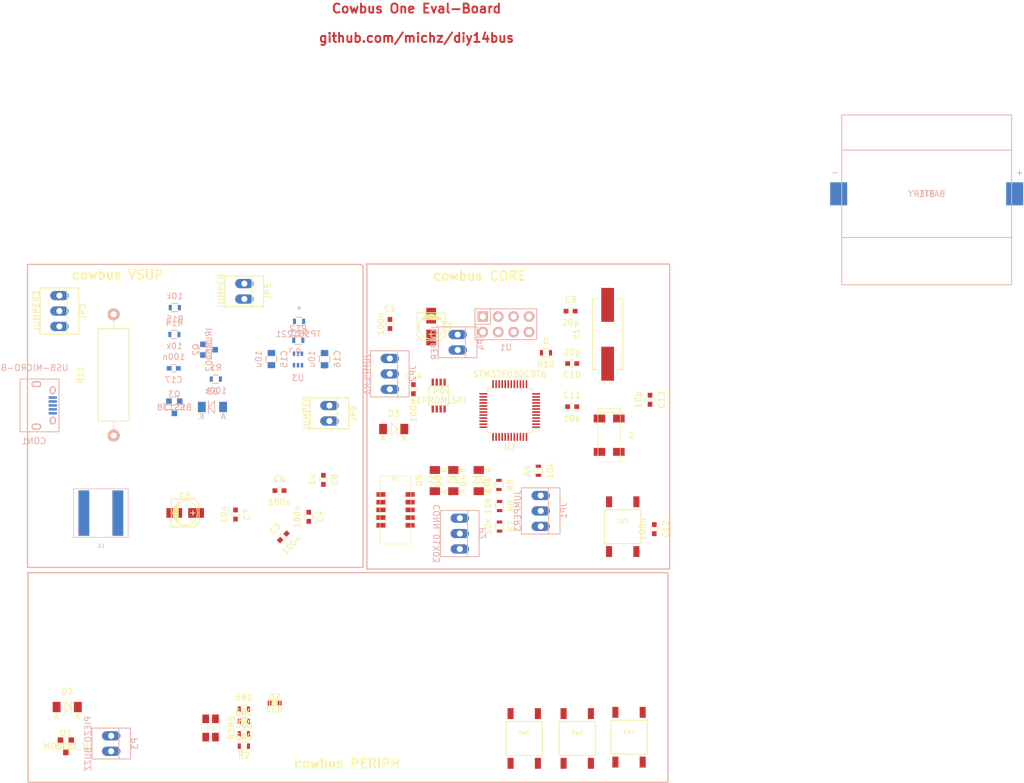
<source format=kicad_pcb>
(kicad_pcb (version 4) (host pcbnew 0.201505091716+5648~23~ubuntu14.04.1-product)

  (general
    (links 151)
    (no_connects 151)
    (area 97.536 54.864 206.248001 157.480001)
    (thickness 1.6)
    (drawings 17)
    (tracks 5)
    (zones 0)
    (modules 65)
    (nets 50)
  )

  (page A4)
  (title_block
    (title "Cowbus Protoboard")
    (date "So 10 Mai 2015")
    (rev r3)
    (company https://michz.github.io/diy14bus/)
    (comment 1 "modulares Design")
  )

  (layers
    (0 F.Cu signal)
    (31 B.Cu signal)
    (32 B.Adhes user)
    (33 F.Adhes user)
    (34 B.Paste user)
    (35 F.Paste user)
    (36 B.SilkS user)
    (37 F.SilkS user)
    (38 B.Mask user)
    (39 F.Mask user)
    (40 Dwgs.User user)
    (41 Cmts.User user)
    (42 Eco1.User user)
    (43 Eco2.User user)
    (44 Edge.Cuts user)
    (45 Margin user)
    (46 B.CrtYd user)
    (47 F.CrtYd user)
    (48 B.Fab user)
    (49 F.Fab user)
  )

  (setup
    (last_trace_width 0.254)
    (user_trace_width 0.2032)
    (user_trace_width 0.254)
    (user_trace_width 0.3048)
    (user_trace_width 0.4318)
    (user_trace_width 0.508)
    (user_trace_width 0.635)
    (user_trace_width 1.27)
    (user_trace_width 2.54)
    (trace_clearance 0.2032)
    (zone_clearance 0.508)
    (zone_45_only no)
    (trace_min 0.2032)
    (segment_width 0.2)
    (edge_width 0.15)
    (via_size 2.5)
    (via_drill 0.9)
    (via_min_size 2.5)
    (via_min_drill 0.9)
    (uvia_size 0.508)
    (uvia_drill 0.127)
    (uvias_allowed no)
    (uvia_min_size 0.508)
    (uvia_min_drill 0.127)
    (pcb_text_width 0.3)
    (pcb_text_size 1.5 1.5)
    (mod_edge_width 0.15)
    (mod_text_size 1.5 1.5)
    (mod_text_width 0.15)
    (pad_size 2.2 1.8)
    (pad_drill 0)
    (pad_to_mask_clearance 0.2)
    (aux_axis_origin 0 0)
    (visible_elements FFFFE77F)
    (pcbplotparams
      (layerselection 0x00000_80000000)
      (usegerberextensions false)
      (excludeedgelayer true)
      (linewidth 0.100000)
      (plotframeref false)
      (viasonmask false)
      (mode 1)
      (useauxorigin false)
      (hpglpennumber 1)
      (hpglpenspeed 20)
      (hpglpendiameter 15)
      (hpglpenoverlay 2)
      (psnegative false)
      (psa4output false)
      (plotreference true)
      (plotvalue true)
      (plotinvisibletext false)
      (padsonsilk false)
      (subtractmaskfromsilk false)
      (outputformat 4)
      (mirror false)
      (drillshape 1)
      (scaleselection 1)
      (outputdirectory ""))
  )

  (net 0 "")
  (net 1 GND)
  (net 2 "Net-(SW1-Pad1)")
  (net 3 "Net-(SW2-Pad1)")
  (net 4 "Net-(BT1-Pad1)")
  (net 5 "Net-(C1-Pad1)")
  (net 6 +3V3)
  (net 7 "Net-(C9-Pad2)")
  (net 8 "Net-(C10-Pad2)")
  (net 9 "Net-(C11-Pad1)")
  (net 10 /NRST)
  (net 11 "Net-(C13-Pad1)")
  (net 12 "Net-(C15-Pad1)")
  (net 13 "Net-(C16-Pad1)")
  (net 14 /DIV_MEAS)
  (net 15 "Net-(CON1-Pad1)")
  (net 16 "Net-(CON1-Pad5)")
  (net 17 "Net-(D1-Pad1)")
  (net 18 "Net-(D1-Pad3)")
  (net 19 "Net-(D1-Pad4)")
  (net 20 "Net-(D2-Pad1)")
  (net 21 /SWDIO)
  (net 22 /SWCLK)
  (net 23 "Net-(D7-Pad1)")
  (net 24 "Net-(JP1-Pad2)")
  (net 25 "Net-(JP2-Pad2)")
  (net 26 /VSUP_MEAS)
  (net 27 "Net-(L1-Pad2)")
  (net 28 /UARTRX)
  (net 29 /UARTTX)
  (net 30 /ROM_CS)
  (net 31 /MISO)
  (net 32 /ROM_HOLD)
  (net 33 /SCK)
  (net 34 /MOSI)
  (net 35 "Net-(Q1-PadG)")
  (net 36 "Net-(Q2-PadG)")
  (net 37 "Net-(Q2-PadD)")
  (net 38 /MEAS_ENABLE)
  (net 39 "Net-(R2-Pad2)")
  (net 40 "Net-(R3-Pad2)")
  (net 41 "Net-(R4-Pad1)")
  (net 42 "Net-(R5-Pad2)")
  (net 43 "Net-(R6-Pad2)")
  (net 44 "Net-(R10-Pad2)")
  (net 45 "Net-(R12-Pad2)")
  (net 46 "Net-(SW4-Pad1)")
  (net 47 /CE)
  (net 48 /CSN)
  (net 49 /IRQ)

  (net_class Default "Dies ist die voreingestellte Netzklasse."
    (clearance 0.2032)
    (trace_width 0.254)
    (via_dia 2.5)
    (via_drill 0.9)
    (uvia_dia 0.508)
    (uvia_drill 0.127)
    (add_net +3V3)
    (add_net /CE)
    (add_net /CSN)
    (add_net /DIV_MEAS)
    (add_net /IRQ)
    (add_net /MEAS_ENABLE)
    (add_net /MISO)
    (add_net /MOSI)
    (add_net /NRST)
    (add_net /ROM_CS)
    (add_net /ROM_HOLD)
    (add_net /SCK)
    (add_net /SWCLK)
    (add_net /SWDIO)
    (add_net /UARTRX)
    (add_net /UARTTX)
    (add_net /VSUP_MEAS)
    (add_net GND)
    (add_net "Net-(BT1-Pad1)")
    (add_net "Net-(C1-Pad1)")
    (add_net "Net-(C10-Pad2)")
    (add_net "Net-(C11-Pad1)")
    (add_net "Net-(C13-Pad1)")
    (add_net "Net-(C15-Pad1)")
    (add_net "Net-(C16-Pad1)")
    (add_net "Net-(C9-Pad2)")
    (add_net "Net-(CON1-Pad1)")
    (add_net "Net-(CON1-Pad5)")
    (add_net "Net-(D1-Pad1)")
    (add_net "Net-(D1-Pad3)")
    (add_net "Net-(D1-Pad4)")
    (add_net "Net-(D2-Pad1)")
    (add_net "Net-(D7-Pad1)")
    (add_net "Net-(JP1-Pad2)")
    (add_net "Net-(JP2-Pad2)")
    (add_net "Net-(L1-Pad2)")
    (add_net "Net-(Q1-PadG)")
    (add_net "Net-(Q2-PadD)")
    (add_net "Net-(Q2-PadG)")
    (add_net "Net-(R10-Pad2)")
    (add_net "Net-(R12-Pad2)")
    (add_net "Net-(R2-Pad2)")
    (add_net "Net-(R3-Pad2)")
    (add_net "Net-(R4-Pad1)")
    (add_net "Net-(R5-Pad2)")
    (add_net "Net-(R6-Pad2)")
    (add_net "Net-(SW1-Pad1)")
    (add_net "Net-(SW2-Pad1)")
    (add_net "Net-(SW4-Pad1)")
  )

  (module batteryconn:KZH20SMD-2 (layer B.Cu) (tedit 52AD155F) (tstamp 54BE68B5)
    (at 227.3808 49.53)
    (descr "Battery holder CR2032 from Reichelt")
    (tags "battery holder CR2032")
    (path /54896B73)
    (fp_text reference BT1 (at 0 0) (layer B.SilkS)
      (effects (font (size 1 1) (thickness 0.15)) (justify mirror))
    )
    (fp_text value BATTERY (at 0 0) (layer B.SilkS)
      (effects (font (size 1 1) (thickness 0.15)) (justify mirror))
    )
    (fp_line (start 13.95 7.2) (end -14 7.2) (layer B.SilkS) (width 0.15))
    (fp_line (start -14 -7.2) (end 14 -7.2) (layer B.SilkS) (width 0.15))
    (fp_text user - (at -15.1 -3.55) (layer B.SilkS)
      (effects (font (size 1 1) (thickness 0.15)) (justify mirror))
    )
    (fp_text user + (at 15.3 -3.5) (layer B.SilkS)
      (effects (font (size 1 1) (thickness 0.15)) (justify mirror))
    )
    (fp_line (start -14 0) (end -14 15) (layer B.SilkS) (width 0.15))
    (fp_line (start -14 15) (end 14 15) (layer B.SilkS) (width 0.15))
    (fp_line (start 14 15) (end 14 -13) (layer B.SilkS) (width 0.15))
    (fp_line (start 14 -13) (end -14 -13) (layer B.SilkS) (width 0.15))
    (fp_line (start -14 -13) (end -14 0) (layer B.SilkS) (width 0.15))
    (pad 1 smd rect (at 14.5 0) (size 2.8 3.8) (layers B.Cu B.Paste B.Mask)
      (net 4 "Net-(BT1-Pad1)") (solder_mask_margin 0.1))
    (pad 2 smd rect (at -14.5 0) (size 2.8 3.8) (layers B.Cu B.Paste B.Mask)
      (net 1 GND))
  )

  (module Capacitors_SMD:C_0603 (layer F.Cu) (tedit 54BDB0E3) (tstamp 54C4223D)
    (at 138.938 70.993 90)
    (descr "Capacitor SMD 0603, reflow soldering, AVX (see smccp.pdf)")
    (tags "capacitor 0603")
    (path /5480ADD3)
    (attr smd)
    (fp_text reference C1 (at 2.54 0 180) (layer F.SilkS)
      (effects (font (size 1 1) (thickness 0.15)))
    )
    (fp_text value 100n (at 0 -1.524 90) (layer F.SilkS)
      (effects (font (size 1 1) (thickness 0.15)))
    )
    (fp_line (start -1.45 -0.75) (end 1.45 -0.75) (layer F.CrtYd) (width 0.05))
    (fp_line (start -1.45 0.75) (end 1.45 0.75) (layer F.CrtYd) (width 0.05))
    (fp_line (start -1.45 -0.75) (end -1.45 0.75) (layer F.CrtYd) (width 0.05))
    (fp_line (start 1.45 -0.75) (end 1.45 0.75) (layer F.CrtYd) (width 0.05))
    (fp_line (start -0.35 -0.6) (end 0.35 -0.6) (layer F.SilkS) (width 0.15))
    (fp_line (start 0.35 0.6) (end -0.35 0.6) (layer F.SilkS) (width 0.15))
    (pad 1 smd rect (at -0.75 0 90) (size 0.8 0.75) (layers F.Cu F.Paste F.Mask)
      (net 5 "Net-(C1-Pad1)"))
    (pad 2 smd rect (at 0.75 0 90) (size 0.8 0.75) (layers F.Cu F.Paste F.Mask)
      (net 1 GND))
    (model Capacitors_SMD/C_0603.wrl
      (at (xyz 0 0 0))
      (scale (xyz 1 1 1))
      (rotate (xyz 0 0 0))
    )
  )

  (module Capacitors_SMD:c_elec_4x5.8 (layer F.Cu) (tedit 54BDA713) (tstamp 54BDA9AC)
    (at 145.7198 71.4248 270)
    (descr "SMT capacitor, aluminium electrolytic, 4x5.8")
    (path /5480AD1C)
    (fp_text reference C2 (at 0 -2.794 270) (layer F.SilkS)
      (effects (font (size 1 1) (thickness 0.15)))
    )
    (fp_text value 10u (at 0 2.794 270) (layer F.SilkS) hide
      (effects (font (size 1 1) (thickness 0.15)))
    )
    (fp_line (start 1.651 0) (end 0.889 0) (layer F.SilkS) (width 0.15))
    (fp_line (start 1.27 -0.381) (end 1.27 0.381) (layer F.SilkS) (width 0.15))
    (fp_line (start 1.524 2.286) (end -2.286 2.286) (layer F.SilkS) (width 0.15))
    (fp_line (start 2.286 -1.524) (end 2.286 1.524) (layer F.SilkS) (width 0.15))
    (fp_line (start 1.524 2.286) (end 2.286 1.524) (layer F.SilkS) (width 0.15))
    (fp_line (start 1.524 -2.286) (end -2.286 -2.286) (layer F.SilkS) (width 0.15))
    (fp_line (start 1.524 -2.286) (end 2.286 -1.524) (layer F.SilkS) (width 0.15))
    (fp_line (start -2.032 0.127) (end -2.032 -0.127) (layer F.SilkS) (width 0.15))
    (fp_line (start -1.905 -0.635) (end -1.905 0.635) (layer F.SilkS) (width 0.15))
    (fp_line (start -1.778 0.889) (end -1.778 -0.889) (layer F.SilkS) (width 0.15))
    (fp_line (start -1.651 1.143) (end -1.651 -1.143) (layer F.SilkS) (width 0.15))
    (fp_line (start -1.524 -1.27) (end -1.524 1.27) (layer F.SilkS) (width 0.15))
    (fp_line (start -1.397 1.397) (end -1.397 -1.397) (layer F.SilkS) (width 0.15))
    (fp_line (start -1.27 -1.524) (end -1.27 1.524) (layer F.SilkS) (width 0.15))
    (fp_line (start -1.143 -1.651) (end -1.143 1.651) (layer F.SilkS) (width 0.15))
    (fp_circle (center 0 0) (end -2.032 0) (layer F.SilkS) (width 0.15))
    (fp_line (start -2.286 -2.286) (end -2.286 2.286) (layer F.SilkS) (width 0.15))
    (pad 1 smd rect (at 1.80086 0 270) (size 2.60096 1.6002) (layers F.Cu F.Paste F.Mask)
      (net 5 "Net-(C1-Pad1)"))
    (pad 2 smd rect (at -1.80086 0 270) (size 2.60096 1.6002) (layers F.Cu F.Paste F.Mask)
      (net 1 GND))
    (model Capacitors_SMD/c_elec_4x5.8.wrl
      (at (xyz 0 0 0))
      (scale (xyz 1 1 1))
      (rotate (xyz 0 0 0))
    )
  )

  (module Capacitors_SMD:C_0603 (layer F.Cu) (tedit 5415D631) (tstamp 54BDA9B8)
    (at 121.3612 106.0958 45)
    (descr "Capacitor SMD 0603, reflow soldering, AVX (see smccp.pdf)")
    (tags "capacitor 0603")
    (path /54AFFDE5)
    (attr smd)
    (fp_text reference C3 (at 0 -1.9 45) (layer F.SilkS)
      (effects (font (size 1 1) (thickness 0.15)))
    )
    (fp_text value 100n (at 0 1.9 45) (layer F.SilkS)
      (effects (font (size 1 1) (thickness 0.15)))
    )
    (fp_line (start -1.45 -0.75) (end 1.45 -0.75) (layer F.CrtYd) (width 0.05))
    (fp_line (start -1.45 0.75) (end 1.45 0.75) (layer F.CrtYd) (width 0.05))
    (fp_line (start -1.45 -0.75) (end -1.45 0.75) (layer F.CrtYd) (width 0.05))
    (fp_line (start 1.45 -0.75) (end 1.45 0.75) (layer F.CrtYd) (width 0.05))
    (fp_line (start -0.35 -0.6) (end 0.35 -0.6) (layer F.SilkS) (width 0.15))
    (fp_line (start 0.35 0.6) (end -0.35 0.6) (layer F.SilkS) (width 0.15))
    (pad 1 smd rect (at -0.75 0 45) (size 0.8 0.75) (layers F.Cu F.Paste F.Mask)
      (net 6 +3V3))
    (pad 2 smd rect (at 0.75 0 45) (size 0.8 0.75) (layers F.Cu F.Paste F.Mask)
      (net 1 GND))
    (model Capacitors_SMD/C_0603.wrl
      (at (xyz 0 0 0))
      (scale (xyz 1 1 1))
      (rotate (xyz 0 0 0))
    )
  )

  (module Capacitors_SMD:C_0603 (layer F.Cu) (tedit 5415D631) (tstamp 54BDA9C4)
    (at 125.5522 102.7938 270)
    (descr "Capacitor SMD 0603, reflow soldering, AVX (see smccp.pdf)")
    (tags "capacitor 0603")
    (path /54B015E8)
    (attr smd)
    (fp_text reference C4 (at 0 -1.9 270) (layer F.SilkS)
      (effects (font (size 1 1) (thickness 0.15)))
    )
    (fp_text value 100n (at 0 1.9 270) (layer F.SilkS)
      (effects (font (size 1 1) (thickness 0.15)))
    )
    (fp_line (start -1.45 -0.75) (end 1.45 -0.75) (layer F.CrtYd) (width 0.05))
    (fp_line (start -1.45 0.75) (end 1.45 0.75) (layer F.CrtYd) (width 0.05))
    (fp_line (start -1.45 -0.75) (end -1.45 0.75) (layer F.CrtYd) (width 0.05))
    (fp_line (start 1.45 -0.75) (end 1.45 0.75) (layer F.CrtYd) (width 0.05))
    (fp_line (start -0.35 -0.6) (end 0.35 -0.6) (layer F.SilkS) (width 0.15))
    (fp_line (start 0.35 0.6) (end -0.35 0.6) (layer F.SilkS) (width 0.15))
    (pad 1 smd rect (at -0.75 0 270) (size 0.8 0.75) (layers F.Cu F.Paste F.Mask)
      (net 6 +3V3))
    (pad 2 smd rect (at 0.75 0 270) (size 0.8 0.75) (layers F.Cu F.Paste F.Mask)
      (net 1 GND))
    (model Capacitors_SMD/C_0603.wrl
      (at (xyz 0 0 0))
      (scale (xyz 1 1 1))
      (rotate (xyz 0 0 0))
    )
  )

  (module Capacitors_SMD:c_elec_4x5.8 (layer F.Cu) (tedit 54BDA713) (tstamp 54BDA9DB)
    (at 105.1814 102.1588)
    (descr "SMT capacitor, aluminium electrolytic, 4x5.8")
    (path /54B1C241)
    (fp_text reference C5 (at 0 -2.794) (layer F.SilkS)
      (effects (font (size 1 1) (thickness 0.15)))
    )
    (fp_text value 4.7u (at 0 2.794) (layer F.SilkS) hide
      (effects (font (size 1 1) (thickness 0.15)))
    )
    (fp_line (start 1.651 0) (end 0.889 0) (layer F.SilkS) (width 0.15))
    (fp_line (start 1.27 -0.381) (end 1.27 0.381) (layer F.SilkS) (width 0.15))
    (fp_line (start 1.524 2.286) (end -2.286 2.286) (layer F.SilkS) (width 0.15))
    (fp_line (start 2.286 -1.524) (end 2.286 1.524) (layer F.SilkS) (width 0.15))
    (fp_line (start 1.524 2.286) (end 2.286 1.524) (layer F.SilkS) (width 0.15))
    (fp_line (start 1.524 -2.286) (end -2.286 -2.286) (layer F.SilkS) (width 0.15))
    (fp_line (start 1.524 -2.286) (end 2.286 -1.524) (layer F.SilkS) (width 0.15))
    (fp_line (start -2.032 0.127) (end -2.032 -0.127) (layer F.SilkS) (width 0.15))
    (fp_line (start -1.905 -0.635) (end -1.905 0.635) (layer F.SilkS) (width 0.15))
    (fp_line (start -1.778 0.889) (end -1.778 -0.889) (layer F.SilkS) (width 0.15))
    (fp_line (start -1.651 1.143) (end -1.651 -1.143) (layer F.SilkS) (width 0.15))
    (fp_line (start -1.524 -1.27) (end -1.524 1.27) (layer F.SilkS) (width 0.15))
    (fp_line (start -1.397 1.397) (end -1.397 -1.397) (layer F.SilkS) (width 0.15))
    (fp_line (start -1.27 -1.524) (end -1.27 1.524) (layer F.SilkS) (width 0.15))
    (fp_line (start -1.143 -1.651) (end -1.143 1.651) (layer F.SilkS) (width 0.15))
    (fp_circle (center 0 0) (end -2.032 0) (layer F.SilkS) (width 0.15))
    (fp_line (start -2.286 -2.286) (end -2.286 2.286) (layer F.SilkS) (width 0.15))
    (pad 1 smd rect (at 1.80086 0) (size 2.60096 1.6002) (layers F.Cu F.Paste F.Mask)
      (net 6 +3V3))
    (pad 2 smd rect (at -1.80086 0) (size 2.60096 1.6002) (layers F.Cu F.Paste F.Mask)
      (net 1 GND))
    (model Capacitors_SMD/c_elec_4x5.8.wrl
      (at (xyz 0 0 0))
      (scale (xyz 1 1 1))
      (rotate (xyz 0 0 0))
    )
  )

  (module Capacitors_SMD:C_0603 (layer F.Cu) (tedit 5415D631) (tstamp 54BDA9E7)
    (at 120.7262 98.4758)
    (descr "Capacitor SMD 0603, reflow soldering, AVX (see smccp.pdf)")
    (tags "capacitor 0603")
    (path /54AF99C9)
    (attr smd)
    (fp_text reference C6 (at 0 -1.9) (layer F.SilkS)
      (effects (font (size 1 1) (thickness 0.15)))
    )
    (fp_text value 100n (at 0 1.9) (layer F.SilkS)
      (effects (font (size 1 1) (thickness 0.15)))
    )
    (fp_line (start -1.45 -0.75) (end 1.45 -0.75) (layer F.CrtYd) (width 0.05))
    (fp_line (start -1.45 0.75) (end 1.45 0.75) (layer F.CrtYd) (width 0.05))
    (fp_line (start -1.45 -0.75) (end -1.45 0.75) (layer F.CrtYd) (width 0.05))
    (fp_line (start 1.45 -0.75) (end 1.45 0.75) (layer F.CrtYd) (width 0.05))
    (fp_line (start -0.35 -0.6) (end 0.35 -0.6) (layer F.SilkS) (width 0.15))
    (fp_line (start 0.35 0.6) (end -0.35 0.6) (layer F.SilkS) (width 0.15))
    (pad 1 smd rect (at -0.75 0) (size 0.8 0.75) (layers F.Cu F.Paste F.Mask)
      (net 6 +3V3))
    (pad 2 smd rect (at 0.75 0) (size 0.8 0.75) (layers F.Cu F.Paste F.Mask)
      (net 1 GND))
    (model Capacitors_SMD/C_0603.wrl
      (at (xyz 0 0 0))
      (scale (xyz 1 1 1))
      (rotate (xyz 0 0 0))
    )
  )

  (module Capacitors_SMD:C_0603 (layer F.Cu) (tedit 5415D631) (tstamp 54BDA9F3)
    (at 113.4872 102.4128 270)
    (descr "Capacitor SMD 0603, reflow soldering, AVX (see smccp.pdf)")
    (tags "capacitor 0603")
    (path /54AF9BEB)
    (attr smd)
    (fp_text reference C7 (at 0 -1.9 270) (layer F.SilkS)
      (effects (font (size 1 1) (thickness 0.15)))
    )
    (fp_text value 10n (at 0 1.9 270) (layer F.SilkS)
      (effects (font (size 1 1) (thickness 0.15)))
    )
    (fp_line (start -1.45 -0.75) (end 1.45 -0.75) (layer F.CrtYd) (width 0.05))
    (fp_line (start -1.45 0.75) (end 1.45 0.75) (layer F.CrtYd) (width 0.05))
    (fp_line (start -1.45 -0.75) (end -1.45 0.75) (layer F.CrtYd) (width 0.05))
    (fp_line (start 1.45 -0.75) (end 1.45 0.75) (layer F.CrtYd) (width 0.05))
    (fp_line (start -0.35 -0.6) (end 0.35 -0.6) (layer F.SilkS) (width 0.15))
    (fp_line (start 0.35 0.6) (end -0.35 0.6) (layer F.SilkS) (width 0.15))
    (pad 1 smd rect (at -0.75 0 270) (size 0.8 0.75) (layers F.Cu F.Paste F.Mask)
      (net 6 +3V3))
    (pad 2 smd rect (at 0.75 0 270) (size 0.8 0.75) (layers F.Cu F.Paste F.Mask)
      (net 1 GND))
    (model Capacitors_SMD/C_0603.wrl
      (at (xyz 0 0 0))
      (scale (xyz 1 1 1))
      (rotate (xyz 0 0 0))
    )
  )

  (module Capacitors_SMD:C_0603 (layer F.Cu) (tedit 5415D631) (tstamp 54BDA9FF)
    (at 127.9652 96.6978 270)
    (descr "Capacitor SMD 0603, reflow soldering, AVX (see smccp.pdf)")
    (tags "capacitor 0603")
    (path /54B1C439)
    (attr smd)
    (fp_text reference C8 (at 0 -1.9 270) (layer F.SilkS)
      (effects (font (size 1 1) (thickness 0.15)))
    )
    (fp_text value 1u (at 0 1.9 270) (layer F.SilkS)
      (effects (font (size 1 1) (thickness 0.15)))
    )
    (fp_line (start -1.45 -0.75) (end 1.45 -0.75) (layer F.CrtYd) (width 0.05))
    (fp_line (start -1.45 0.75) (end 1.45 0.75) (layer F.CrtYd) (width 0.05))
    (fp_line (start -1.45 -0.75) (end -1.45 0.75) (layer F.CrtYd) (width 0.05))
    (fp_line (start 1.45 -0.75) (end 1.45 0.75) (layer F.CrtYd) (width 0.05))
    (fp_line (start -0.35 -0.6) (end 0.35 -0.6) (layer F.SilkS) (width 0.15))
    (fp_line (start 0.35 0.6) (end -0.35 0.6) (layer F.SilkS) (width 0.15))
    (pad 1 smd rect (at -0.75 0 270) (size 0.8 0.75) (layers F.Cu F.Paste F.Mask)
      (net 6 +3V3))
    (pad 2 smd rect (at 0.75 0 270) (size 0.8 0.75) (layers F.Cu F.Paste F.Mask)
      (net 1 GND))
    (model Capacitors_SMD/C_0603.wrl
      (at (xyz 0 0 0))
      (scale (xyz 1 1 1))
      (rotate (xyz 0 0 0))
    )
  )

  (module Capacitors_SMD:C_0603 (layer F.Cu) (tedit 5415D631) (tstamp 54BDAA0B)
    (at 168.7068 68.8848)
    (descr "Capacitor SMD 0603, reflow soldering, AVX (see smccp.pdf)")
    (tags "capacitor 0603")
    (path /54AF9D47)
    (attr smd)
    (fp_text reference C9 (at 0 -1.9) (layer F.SilkS)
      (effects (font (size 1 1) (thickness 0.15)))
    )
    (fp_text value 20p (at 0 1.9) (layer F.SilkS)
      (effects (font (size 1 1) (thickness 0.15)))
    )
    (fp_line (start -1.45 -0.75) (end 1.45 -0.75) (layer F.CrtYd) (width 0.05))
    (fp_line (start -1.45 0.75) (end 1.45 0.75) (layer F.CrtYd) (width 0.05))
    (fp_line (start -1.45 -0.75) (end -1.45 0.75) (layer F.CrtYd) (width 0.05))
    (fp_line (start 1.45 -0.75) (end 1.45 0.75) (layer F.CrtYd) (width 0.05))
    (fp_line (start -0.35 -0.6) (end 0.35 -0.6) (layer F.SilkS) (width 0.15))
    (fp_line (start 0.35 0.6) (end -0.35 0.6) (layer F.SilkS) (width 0.15))
    (pad 1 smd rect (at -0.75 0) (size 0.8 0.75) (layers F.Cu F.Paste F.Mask)
      (net 1 GND))
    (pad 2 smd rect (at 0.75 0) (size 0.8 0.75) (layers F.Cu F.Paste F.Mask)
      (net 7 "Net-(C9-Pad2)"))
    (model Capacitors_SMD/C_0603.wrl
      (at (xyz 0 0 0))
      (scale (xyz 1 1 1))
      (rotate (xyz 0 0 0))
    )
  )

  (module Capacitors_SMD:C_0603 (layer F.Cu) (tedit 5415D631) (tstamp 54BDAA17)
    (at 168.9608 77.5208 180)
    (descr "Capacitor SMD 0603, reflow soldering, AVX (see smccp.pdf)")
    (tags "capacitor 0603")
    (path /54AF9DC5)
    (attr smd)
    (fp_text reference C10 (at 0 -1.9 180) (layer F.SilkS)
      (effects (font (size 1 1) (thickness 0.15)))
    )
    (fp_text value 20p (at 0 1.9 180) (layer F.SilkS)
      (effects (font (size 1 1) (thickness 0.15)))
    )
    (fp_line (start -1.45 -0.75) (end 1.45 -0.75) (layer F.CrtYd) (width 0.05))
    (fp_line (start -1.45 0.75) (end 1.45 0.75) (layer F.CrtYd) (width 0.05))
    (fp_line (start -1.45 -0.75) (end -1.45 0.75) (layer F.CrtYd) (width 0.05))
    (fp_line (start 1.45 -0.75) (end 1.45 0.75) (layer F.CrtYd) (width 0.05))
    (fp_line (start -0.35 -0.6) (end 0.35 -0.6) (layer F.SilkS) (width 0.15))
    (fp_line (start 0.35 0.6) (end -0.35 0.6) (layer F.SilkS) (width 0.15))
    (pad 1 smd rect (at -0.75 0 180) (size 0.8 0.75) (layers F.Cu F.Paste F.Mask)
      (net 1 GND))
    (pad 2 smd rect (at 0.75 0 180) (size 0.8 0.75) (layers F.Cu F.Paste F.Mask)
      (net 8 "Net-(C10-Pad2)"))
    (model Capacitors_SMD/C_0603.wrl
      (at (xyz 0 0 0))
      (scale (xyz 1 1 1))
      (rotate (xyz 0 0 0))
    )
  )

  (module Capacitors_SMD:C_0603 (layer F.Cu) (tedit 5415D631) (tstamp 54BE6895)
    (at 168.9608 84.6328)
    (descr "Capacitor SMD 0603, reflow soldering, AVX (see smccp.pdf)")
    (tags "capacitor 0603")
    (path /54B0A568)
    (attr smd)
    (fp_text reference C11 (at 0 -1.9) (layer F.SilkS)
      (effects (font (size 1 1) (thickness 0.15)))
    )
    (fp_text value 10p (at 0 1.9) (layer F.SilkS)
      (effects (font (size 1 1) (thickness 0.15)))
    )
    (fp_line (start -1.45 -0.75) (end 1.45 -0.75) (layer F.CrtYd) (width 0.05))
    (fp_line (start -1.45 0.75) (end 1.45 0.75) (layer F.CrtYd) (width 0.05))
    (fp_line (start -1.45 -0.75) (end -1.45 0.75) (layer F.CrtYd) (width 0.05))
    (fp_line (start 1.45 -0.75) (end 1.45 0.75) (layer F.CrtYd) (width 0.05))
    (fp_line (start -0.35 -0.6) (end 0.35 -0.6) (layer F.SilkS) (width 0.15))
    (fp_line (start 0.35 0.6) (end -0.35 0.6) (layer F.SilkS) (width 0.15))
    (pad 1 smd rect (at -0.75 0) (size 0.8 0.75) (layers F.Cu F.Paste F.Mask)
      (net 9 "Net-(C11-Pad1)"))
    (pad 2 smd rect (at 0.75 0) (size 0.8 0.75) (layers F.Cu F.Paste F.Mask)
      (net 1 GND))
    (model Capacitors_SMD/C_0603.wrl
      (at (xyz 0 0 0))
      (scale (xyz 1 1 1))
      (rotate (xyz 0 0 0))
    )
  )

  (module Capacitors_SMD:C_0603 (layer F.Cu) (tedit 5415D631) (tstamp 54BDAA2F)
    (at 182.499 104.8258 270)
    (descr "Capacitor SMD 0603, reflow soldering, AVX (see smccp.pdf)")
    (tags "capacitor 0603")
    (path /54B3296C)
    (attr smd)
    (fp_text reference C12 (at 0 -1.9 270) (layer F.SilkS)
      (effects (font (size 1 1) (thickness 0.15)))
    )
    (fp_text value 100n (at 0 1.9 270) (layer F.SilkS)
      (effects (font (size 1 1) (thickness 0.15)))
    )
    (fp_line (start -1.45 -0.75) (end 1.45 -0.75) (layer F.CrtYd) (width 0.05))
    (fp_line (start -1.45 0.75) (end 1.45 0.75) (layer F.CrtYd) (width 0.05))
    (fp_line (start -1.45 -0.75) (end -1.45 0.75) (layer F.CrtYd) (width 0.05))
    (fp_line (start 1.45 -0.75) (end 1.45 0.75) (layer F.CrtYd) (width 0.05))
    (fp_line (start -0.35 -0.6) (end 0.35 -0.6) (layer F.SilkS) (width 0.15))
    (fp_line (start 0.35 0.6) (end -0.35 0.6) (layer F.SilkS) (width 0.15))
    (pad 1 smd rect (at -0.75 0 270) (size 0.8 0.75) (layers F.Cu F.Paste F.Mask)
      (net 1 GND))
    (pad 2 smd rect (at 0.75 0 270) (size 0.8 0.75) (layers F.Cu F.Paste F.Mask)
      (net 10 /NRST))
    (model Capacitors_SMD/C_0603.wrl
      (at (xyz 0 0 0))
      (scale (xyz 1 1 1))
      (rotate (xyz 0 0 0))
    )
  )

  (module Capacitors_SMD:C_0603 (layer F.Cu) (tedit 5415D631) (tstamp 54BDAA3B)
    (at 181.7878 83.4898 270)
    (descr "Capacitor SMD 0603, reflow soldering, AVX (see smccp.pdf)")
    (tags "capacitor 0603")
    (path /54B0A56E)
    (attr smd)
    (fp_text reference C13 (at 0 -1.9 270) (layer F.SilkS)
      (effects (font (size 1 1) (thickness 0.15)))
    )
    (fp_text value 10p (at 0 1.9 270) (layer F.SilkS)
      (effects (font (size 1 1) (thickness 0.15)))
    )
    (fp_line (start -1.45 -0.75) (end 1.45 -0.75) (layer F.CrtYd) (width 0.05))
    (fp_line (start -1.45 0.75) (end 1.45 0.75) (layer F.CrtYd) (width 0.05))
    (fp_line (start -1.45 -0.75) (end -1.45 0.75) (layer F.CrtYd) (width 0.05))
    (fp_line (start 1.45 -0.75) (end 1.45 0.75) (layer F.CrtYd) (width 0.05))
    (fp_line (start -0.35 -0.6) (end 0.35 -0.6) (layer F.SilkS) (width 0.15))
    (fp_line (start 0.35 0.6) (end -0.35 0.6) (layer F.SilkS) (width 0.15))
    (pad 1 smd rect (at -0.75 0 270) (size 0.8 0.75) (layers F.Cu F.Paste F.Mask)
      (net 11 "Net-(C13-Pad1)"))
    (pad 2 smd rect (at 0.75 0 270) (size 0.8 0.75) (layers F.Cu F.Paste F.Mask)
      (net 1 GND))
    (model Capacitors_SMD/C_0603.wrl
      (at (xyz 0 0 0))
      (scale (xyz 1 1 1))
      (rotate (xyz 0 0 0))
    )
  )

  (module Capacitors_SMD:C_0603 (layer F.Cu) (tedit 54BDB104) (tstamp 54C3FC37)
    (at 142.7988 81.7372 90)
    (descr "Capacitor SMD 0603, reflow soldering, AVX (see smccp.pdf)")
    (tags "capacitor 0603")
    (path /54B40EF8)
    (attr smd)
    (fp_text reference C14 (at 2.155261 0 180) (layer F.SilkS)
      (effects (font (size 1 1) (thickness 0.15)))
    )
    (fp_text value 100n (at -3.592102 0 90) (layer F.SilkS)
      (effects (font (size 1 1) (thickness 0.15)))
    )
    (fp_line (start -1.45 -0.75) (end 1.45 -0.75) (layer F.CrtYd) (width 0.05))
    (fp_line (start -1.45 0.75) (end 1.45 0.75) (layer F.CrtYd) (width 0.05))
    (fp_line (start -1.45 -0.75) (end -1.45 0.75) (layer F.CrtYd) (width 0.05))
    (fp_line (start 1.45 -0.75) (end 1.45 0.75) (layer F.CrtYd) (width 0.05))
    (fp_line (start -0.35 -0.6) (end 0.35 -0.6) (layer F.SilkS) (width 0.15))
    (fp_line (start 0.35 0.6) (end -0.35 0.6) (layer F.SilkS) (width 0.15))
    (pad 1 smd rect (at -0.75 0 90) (size 0.8 0.75) (layers F.Cu F.Paste F.Mask)
      (net 6 +3V3))
    (pad 2 smd rect (at 0.75 0 90) (size 0.8 0.75) (layers F.Cu F.Paste F.Mask)
      (net 1 GND))
    (model Capacitors_SMD/C_0603.wrl
      (at (xyz 0 0 0))
      (scale (xyz 1 1 1))
      (rotate (xyz 0 0 0))
    )
  )

  (module Capacitors_SMD:C_0805 (layer B.Cu) (tedit 5415D6EA) (tstamp 54BDAA53)
    (at 119.3927 76.7842 90)
    (descr "Capacitor SMD 0805, reflow soldering, AVX (see smccp.pdf)")
    (tags "capacitor 0805")
    (path /54898D66)
    (attr smd)
    (fp_text reference C15 (at 0 2.1 90) (layer B.SilkS)
      (effects (font (size 1 1) (thickness 0.15)) (justify mirror))
    )
    (fp_text value 10u (at 0 -2.1 90) (layer B.SilkS)
      (effects (font (size 1 1) (thickness 0.15)) (justify mirror))
    )
    (fp_line (start -1.8 1) (end 1.8 1) (layer B.CrtYd) (width 0.05))
    (fp_line (start -1.8 -1) (end 1.8 -1) (layer B.CrtYd) (width 0.05))
    (fp_line (start -1.8 1) (end -1.8 -1) (layer B.CrtYd) (width 0.05))
    (fp_line (start 1.8 1) (end 1.8 -1) (layer B.CrtYd) (width 0.05))
    (fp_line (start 0.5 0.85) (end -0.5 0.85) (layer B.SilkS) (width 0.15))
    (fp_line (start -0.5 -0.85) (end 0.5 -0.85) (layer B.SilkS) (width 0.15))
    (pad 1 smd rect (at -1 0 90) (size 1 1.25) (layers B.Cu B.Paste B.Mask)
      (net 12 "Net-(C15-Pad1)"))
    (pad 2 smd rect (at 1 0 90) (size 1 1.25) (layers B.Cu B.Paste B.Mask)
      (net 1 GND))
    (model Capacitors_SMD/C_0805.wrl
      (at (xyz 0 0 0))
      (scale (xyz 1 1 1))
      (rotate (xyz 0 0 0))
    )
  )

  (module Capacitors_SMD:C_0805 (layer B.Cu) (tedit 5415D6EA) (tstamp 54BDAA5F)
    (at 128.1557 76.7842 90)
    (descr "Capacitor SMD 0805, reflow soldering, AVX (see smccp.pdf)")
    (tags "capacitor 0805")
    (path /5489AA0A)
    (attr smd)
    (fp_text reference C16 (at 0 2.1 90) (layer B.SilkS)
      (effects (font (size 1 1) (thickness 0.15)) (justify mirror))
    )
    (fp_text value 10u (at 0 -2.1 90) (layer B.SilkS)
      (effects (font (size 1 1) (thickness 0.15)) (justify mirror))
    )
    (fp_line (start -1.8 1) (end 1.8 1) (layer B.CrtYd) (width 0.05))
    (fp_line (start -1.8 -1) (end 1.8 -1) (layer B.CrtYd) (width 0.05))
    (fp_line (start -1.8 1) (end -1.8 -1) (layer B.CrtYd) (width 0.05))
    (fp_line (start 1.8 1) (end 1.8 -1) (layer B.CrtYd) (width 0.05))
    (fp_line (start 0.5 0.85) (end -0.5 0.85) (layer B.SilkS) (width 0.15))
    (fp_line (start -0.5 -0.85) (end 0.5 -0.85) (layer B.SilkS) (width 0.15))
    (pad 1 smd rect (at -1 0 90) (size 1 1.25) (layers B.Cu B.Paste B.Mask)
      (net 13 "Net-(C16-Pad1)"))
    (pad 2 smd rect (at 1 0 90) (size 1 1.25) (layers B.Cu B.Paste B.Mask)
      (net 1 GND))
    (model Capacitors_SMD/C_0805.wrl
      (at (xyz 0 0 0))
      (scale (xyz 1 1 1))
      (rotate (xyz 0 0 0))
    )
  )

  (module Capacitors_SMD:C_0603 (layer B.Cu) (tedit 5415D631) (tstamp 54BDAA6B)
    (at 103.3018 78.3082)
    (descr "Capacitor SMD 0603, reflow soldering, AVX (see smccp.pdf)")
    (tags "capacitor 0603")
    (path /54BDDED3)
    (attr smd)
    (fp_text reference C17 (at 0 1.9) (layer B.SilkS)
      (effects (font (size 1 1) (thickness 0.15)) (justify mirror))
    )
    (fp_text value 100n (at 0 -1.9) (layer B.SilkS)
      (effects (font (size 1 1) (thickness 0.15)) (justify mirror))
    )
    (fp_line (start -1.45 0.75) (end 1.45 0.75) (layer B.CrtYd) (width 0.05))
    (fp_line (start -1.45 -0.75) (end 1.45 -0.75) (layer B.CrtYd) (width 0.05))
    (fp_line (start -1.45 0.75) (end -1.45 -0.75) (layer B.CrtYd) (width 0.05))
    (fp_line (start 1.45 0.75) (end 1.45 -0.75) (layer B.CrtYd) (width 0.05))
    (fp_line (start -0.35 0.6) (end 0.35 0.6) (layer B.SilkS) (width 0.15))
    (fp_line (start 0.35 -0.6) (end -0.35 -0.6) (layer B.SilkS) (width 0.15))
    (pad 1 smd rect (at -0.75 0) (size 0.8 0.75) (layers B.Cu B.Paste B.Mask)
      (net 14 /DIV_MEAS))
    (pad 2 smd rect (at 0.75 0) (size 0.8 0.75) (layers B.Cu B.Paste B.Mask)
      (net 1 GND))
    (model Capacitors_SMD/C_0603.wrl
      (at (xyz 0 0 0))
      (scale (xyz 1 1 1))
      (rotate (xyz 0 0 0))
    )
  )

  (module Connect:USB_Micro-B (layer B.Cu) (tedit 546968B2) (tstamp 54BDAA7D)
    (at 83.3628 85.725)
    (descr "Micro USB Type B Receptacle")
    (tags "USB, micro, type B, receptacle")
    (path /54B45CE7)
    (fp_text reference CON1 (at -3.125 4.575) (layer B.SilkS)
      (effects (font (size 1 1) (thickness 0.15)) (justify mirror))
    )
    (fp_text value USB-MICRO-B (at -3 -7.5) (layer B.SilkS)
      (effects (font (size 1 1) (thickness 0.15)) (justify mirror))
    )
    (fp_line (start -5.38 3.05) (end -5.38 -5.65) (layer B.SilkS) (width 0.15))
    (fp_line (start 1.025 3.05) (end 1.025 -5.65) (layer B.SilkS) (width 0.15))
    (fp_line (start 1.025 -5.65) (end -5.38 -5.65) (layer B.SilkS) (width 0.15))
    (fp_line (start -4.15 -5.65) (end -4.15 3.05) (layer B.SilkS) (width 0.15))
    (fp_line (start -5.38 3.05) (end 1.025 3.05) (layer B.SilkS) (width 0.15))
    (pad 1 smd rect (at 0 0) (size 1.35 0.4) (layers B.Cu B.Paste B.Mask)
      (net 15 "Net-(CON1-Pad1)"))
    (pad 2 smd rect (at 0 -0.65) (size 1.35 0.4) (layers B.Cu B.Paste B.Mask))
    (pad 3 smd rect (at 0 -1.3) (size 1.35 0.4) (layers B.Cu B.Paste B.Mask))
    (pad 4 smd rect (at 0 -1.95) (size 1.35 0.4) (layers B.Cu B.Paste B.Mask))
    (pad 5 smd rect (at 0 -2.6) (size 1.35 0.4) (layers B.Cu B.Paste B.Mask)
      (net 16 "Net-(CON1-Pad5)"))
    (pad 6 thru_hole oval (at 0 1.2) (size 0.95 1.25) (drill oval 0.55 0.85) (layers *.Cu *.Mask B.SilkS))
    (pad 7 thru_hole oval (at 0 -3.8) (size 0.95 1.25) (drill oval 0.55 0.85) (layers *.Cu *.Mask B.SilkS))
    (pad 8 thru_hole oval (at -2.7 2.2) (size 1.55 1) (drill oval 1.15 0.5) (layers *.Cu *.Mask B.SilkS))
    (pad 9 thru_hole oval (at -2.7 -4.8) (size 1.55 1) (drill oval 1.15 0.5) (layers *.Cu *.Mask B.SilkS))
  )

  (module LEDs:LED-0603 (layer F.Cu) (tedit 54BDA70F) (tstamp 54BDAADB)
    (at 119.9388 133.5024)
    (descr "LED 0603 smd package")
    (tags "LED led 0603 SMD smd SMT smt smdled SMDLED smtled SMTLED")
    (path /54B2C3A2)
    (attr smd)
    (fp_text reference D2 (at 0 -1.016) (layer F.SilkS)
      (effects (font (size 1 1) (thickness 0.15)))
    )
    (fp_text value LED (at 0 1.016) (layer F.SilkS)
      (effects (font (size 1 1) (thickness 0.15)))
    )
    (fp_line (start 0.44958 -0.44958) (end 0.44958 0.44958) (layer F.SilkS) (width 0.15))
    (fp_line (start 0.44958 0.44958) (end 0.84836 0.44958) (layer F.SilkS) (width 0.15))
    (fp_line (start 0.84836 -0.44958) (end 0.84836 0.44958) (layer F.SilkS) (width 0.15))
    (fp_line (start 0.44958 -0.44958) (end 0.84836 -0.44958) (layer F.SilkS) (width 0.15))
    (fp_line (start -0.84836 -0.44958) (end -0.84836 0.44958) (layer F.SilkS) (width 0.15))
    (fp_line (start -0.84836 0.44958) (end -0.44958 0.44958) (layer F.SilkS) (width 0.15))
    (fp_line (start -0.44958 -0.44958) (end -0.44958 0.44958) (layer F.SilkS) (width 0.15))
    (fp_line (start -0.84836 -0.44958) (end -0.44958 -0.44958) (layer F.SilkS) (width 0.15))
    (fp_line (start 0 -0.44958) (end 0 -0.29972) (layer F.SilkS) (width 0.15))
    (fp_line (start 0 -0.29972) (end 0.29972 -0.29972) (layer F.SilkS) (width 0.15))
    (fp_line (start 0.29972 -0.44958) (end 0.29972 -0.29972) (layer F.SilkS) (width 0.15))
    (fp_line (start 0 -0.44958) (end 0.29972 -0.44958) (layer F.SilkS) (width 0.15))
    (fp_line (start 0 0.29972) (end 0 0.44958) (layer F.SilkS) (width 0.15))
    (fp_line (start 0 0.44958) (end 0.29972 0.44958) (layer F.SilkS) (width 0.15))
    (fp_line (start 0.29972 0.29972) (end 0.29972 0.44958) (layer F.SilkS) (width 0.15))
    (fp_line (start 0 0.29972) (end 0.29972 0.29972) (layer F.SilkS) (width 0.15))
    (fp_line (start 0 -0.14986) (end 0 0.14986) (layer F.SilkS) (width 0.15))
    (fp_line (start 0 0.14986) (end 0.29972 0.14986) (layer F.SilkS) (width 0.15))
    (fp_line (start 0.29972 -0.14986) (end 0.29972 0.14986) (layer F.SilkS) (width 0.15))
    (fp_line (start 0 -0.14986) (end 0.29972 -0.14986) (layer F.SilkS) (width 0.15))
    (fp_line (start 0.44958 -0.39878) (end -0.44958 -0.39878) (layer F.SilkS) (width 0.15))
    (fp_line (start 0.44958 0.39878) (end -0.44958 0.39878) (layer F.SilkS) (width 0.15))
    (pad 1 smd rect (at -0.7493 0) (size 0.79756 0.79756) (layers F.Cu F.Paste F.Mask)
      (net 20 "Net-(D2-Pad1)"))
    (pad 2 smd rect (at 0.7493 0) (size 0.79756 0.79756) (layers F.Cu F.Paste F.Mask)
      (net 1 GND))
  )

  (module Diodes_SMD:Diode-MiniMELF_Standard (layer F.Cu) (tedit 54BDA711) (tstamp 54BDAAE9)
    (at 139.5476 88.3158)
    (descr "Diode Mini-MELF Standard")
    (tags "Diode Mini-MELF Standard")
    (path /54B0A648)
    (attr smd)
    (fp_text reference D3 (at 0 -2.54) (layer F.SilkS)
      (effects (font (size 1 1) (thickness 0.15)))
    )
    (fp_text value Z5V1 (at 0 3.81) (layer F.SilkS) hide
      (effects (font (size 1 1) (thickness 0.15)))
    )
    (fp_line (start 0.65024 0.0508) (end -0.35052 -1.00076) (layer F.SilkS) (width 0.15))
    (fp_line (start -0.35052 -1.00076) (end -0.35052 1.00076) (layer F.SilkS) (width 0.15))
    (fp_line (start -0.35052 1.00076) (end 0.65024 0) (layer F.SilkS) (width 0.15))
    (fp_line (start 0.65024 -1.04902) (end 0.65024 1.04902) (layer F.SilkS) (width 0.15))
    (fp_text user A (at -1.80086 1.5494) (layer F.SilkS)
      (effects (font (size 1 1) (thickness 0.15)))
    )
    (fp_text user K (at 1.80086 1.5494) (layer F.SilkS)
      (effects (font (size 1 1) (thickness 0.15)))
    )
    (fp_circle (center 0 0) (end 0 0.55118) (layer F.Adhes) (width 0.381))
    (fp_circle (center 0 0) (end 0 0.20066) (layer F.Adhes) (width 0.381))
    (pad 1 smd rect (at -1.75006 0) (size 1.30048 1.69926) (layers F.Cu F.Paste F.Mask)
      (net 1 GND))
    (pad 2 smd rect (at 1.75006 0) (size 1.30048 1.69926) (layers F.Cu F.Paste F.Mask)
      (net 6 +3V3))
    (model Diodes_SMD/Diode-MiniMELF_Standard.wrl
      (at (xyz 0 0 0))
      (scale (xyz 0.3937 0.3937 0.3937))
      (rotate (xyz 0 0 0))
    )
  )

  (module Diodes_SMD:Diode-MiniMELF_Standard (layer F.Cu) (tedit 54BDA711) (tstamp 54BDAAF7)
    (at 153.5684 96.8248 90)
    (descr "Diode Mini-MELF Standard")
    (tags "Diode Mini-MELF Standard")
    (path /54B0AD67)
    (attr smd)
    (fp_text reference D4 (at 0 -2.54 90) (layer F.SilkS)
      (effects (font (size 1 1) (thickness 0.15)))
    )
    (fp_text value Z5V1 (at 0 3.81 90) (layer F.SilkS) hide
      (effects (font (size 1 1) (thickness 0.15)))
    )
    (fp_line (start 0.65024 0.0508) (end -0.35052 -1.00076) (layer F.SilkS) (width 0.15))
    (fp_line (start -0.35052 -1.00076) (end -0.35052 1.00076) (layer F.SilkS) (width 0.15))
    (fp_line (start -0.35052 1.00076) (end 0.65024 0) (layer F.SilkS) (width 0.15))
    (fp_line (start 0.65024 -1.04902) (end 0.65024 1.04902) (layer F.SilkS) (width 0.15))
    (fp_text user A (at -1.80086 1.5494 90) (layer F.SilkS)
      (effects (font (size 1 1) (thickness 0.15)))
    )
    (fp_text user K (at 1.80086 1.5494 90) (layer F.SilkS)
      (effects (font (size 1 1) (thickness 0.15)))
    )
    (fp_circle (center 0 0) (end 0 0.55118) (layer F.Adhes) (width 0.381))
    (fp_circle (center 0 0) (end 0 0.20066) (layer F.Adhes) (width 0.381))
    (pad 1 smd rect (at -1.75006 0 90) (size 1.30048 1.69926) (layers F.Cu F.Paste F.Mask)
      (net 1 GND))
    (pad 2 smd rect (at 1.75006 0 90) (size 1.30048 1.69926) (layers F.Cu F.Paste F.Mask)
      (net 21 /SWDIO))
    (model Diodes_SMD/Diode-MiniMELF_Standard.wrl
      (at (xyz 0 0 0))
      (scale (xyz 0.3937 0.3937 0.3937))
      (rotate (xyz 0 0 0))
    )
  )

  (module Diodes_SMD:Diode-MiniMELF_Standard (layer F.Cu) (tedit 54BDA711) (tstamp 54BDAB05)
    (at 146.3294 96.8248 90)
    (descr "Diode Mini-MELF Standard")
    (tags "Diode Mini-MELF Standard")
    (path /54B0ADD7)
    (attr smd)
    (fp_text reference D5 (at 0 -2.54 90) (layer F.SilkS)
      (effects (font (size 1 1) (thickness 0.15)))
    )
    (fp_text value Z5V1 (at 0 3.81 90) (layer F.SilkS) hide
      (effects (font (size 1 1) (thickness 0.15)))
    )
    (fp_line (start 0.65024 0.0508) (end -0.35052 -1.00076) (layer F.SilkS) (width 0.15))
    (fp_line (start -0.35052 -1.00076) (end -0.35052 1.00076) (layer F.SilkS) (width 0.15))
    (fp_line (start -0.35052 1.00076) (end 0.65024 0) (layer F.SilkS) (width 0.15))
    (fp_line (start 0.65024 -1.04902) (end 0.65024 1.04902) (layer F.SilkS) (width 0.15))
    (fp_text user A (at -1.80086 1.5494 90) (layer F.SilkS)
      (effects (font (size 1 1) (thickness 0.15)))
    )
    (fp_text user K (at 1.80086 1.5494 90) (layer F.SilkS)
      (effects (font (size 1 1) (thickness 0.15)))
    )
    (fp_circle (center 0 0) (end 0 0.55118) (layer F.Adhes) (width 0.381))
    (fp_circle (center 0 0) (end 0 0.20066) (layer F.Adhes) (width 0.381))
    (pad 1 smd rect (at -1.75006 0 90) (size 1.30048 1.69926) (layers F.Cu F.Paste F.Mask)
      (net 1 GND))
    (pad 2 smd rect (at 1.75006 0 90) (size 1.30048 1.69926) (layers F.Cu F.Paste F.Mask)
      (net 22 /SWCLK))
    (model Diodes_SMD/Diode-MiniMELF_Standard.wrl
      (at (xyz 0 0 0))
      (scale (xyz 0.3937 0.3937 0.3937))
      (rotate (xyz 0 0 0))
    )
  )

  (module Diodes_SMD:Diode-MiniMELF_Standard (layer F.Cu) (tedit 54BDA711) (tstamp 54BDAB13)
    (at 149.3774 96.8248 90)
    (descr "Diode Mini-MELF Standard")
    (tags "Diode Mini-MELF Standard")
    (path /54B1B9F1)
    (attr smd)
    (fp_text reference D6 (at 0 -2.54 90) (layer F.SilkS)
      (effects (font (size 1 1) (thickness 0.15)))
    )
    (fp_text value Z5V1 (at 0 3.81 90) (layer F.SilkS) hide
      (effects (font (size 1 1) (thickness 0.15)))
    )
    (fp_line (start 0.65024 0.0508) (end -0.35052 -1.00076) (layer F.SilkS) (width 0.15))
    (fp_line (start -0.35052 -1.00076) (end -0.35052 1.00076) (layer F.SilkS) (width 0.15))
    (fp_line (start -0.35052 1.00076) (end 0.65024 0) (layer F.SilkS) (width 0.15))
    (fp_line (start 0.65024 -1.04902) (end 0.65024 1.04902) (layer F.SilkS) (width 0.15))
    (fp_text user A (at -1.80086 1.5494 90) (layer F.SilkS)
      (effects (font (size 1 1) (thickness 0.15)))
    )
    (fp_text user K (at 1.80086 1.5494 90) (layer F.SilkS)
      (effects (font (size 1 1) (thickness 0.15)))
    )
    (fp_circle (center 0 0) (end 0 0.55118) (layer F.Adhes) (width 0.381))
    (fp_circle (center 0 0) (end 0 0.20066) (layer F.Adhes) (width 0.381))
    (pad 1 smd rect (at -1.75006 0 90) (size 1.30048 1.69926) (layers F.Cu F.Paste F.Mask)
      (net 1 GND))
    (pad 2 smd rect (at 1.75006 0 90) (size 1.30048 1.69926) (layers F.Cu F.Paste F.Mask)
      (net 10 /NRST))
    (model Diodes_SMD/Diode-MiniMELF_Standard.wrl
      (at (xyz 0 0 0))
      (scale (xyz 0.3937 0.3937 0.3937))
      (rotate (xyz 0 0 0))
    )
  )

  (module Diodes_SMD:Diode-MiniMELF_Standard (layer F.Cu) (tedit 54BDA711) (tstamp 54BDAB21)
    (at 85.7504 134.1628)
    (descr "Diode Mini-MELF Standard")
    (tags "Diode Mini-MELF Standard")
    (path /54BD6F73)
    (attr smd)
    (fp_text reference D7 (at 0 -2.54) (layer F.SilkS)
      (effects (font (size 1 1) (thickness 0.15)))
    )
    (fp_text value DIODE (at 0 3.81) (layer F.SilkS) hide
      (effects (font (size 1 1) (thickness 0.15)))
    )
    (fp_line (start 0.65024 0.0508) (end -0.35052 -1.00076) (layer F.SilkS) (width 0.15))
    (fp_line (start -0.35052 -1.00076) (end -0.35052 1.00076) (layer F.SilkS) (width 0.15))
    (fp_line (start -0.35052 1.00076) (end 0.65024 0) (layer F.SilkS) (width 0.15))
    (fp_line (start 0.65024 -1.04902) (end 0.65024 1.04902) (layer F.SilkS) (width 0.15))
    (fp_text user A (at -1.80086 1.5494) (layer F.SilkS)
      (effects (font (size 1 1) (thickness 0.15)))
    )
    (fp_text user K (at 1.80086 1.5494) (layer F.SilkS)
      (effects (font (size 1 1) (thickness 0.15)))
    )
    (fp_circle (center 0 0) (end 0 0.55118) (layer F.Adhes) (width 0.381))
    (fp_circle (center 0 0) (end 0 0.20066) (layer F.Adhes) (width 0.381))
    (pad 1 smd rect (at -1.75006 0) (size 1.30048 1.69926) (layers F.Cu F.Paste F.Mask)
      (net 23 "Net-(D7-Pad1)"))
    (pad 2 smd rect (at 1.75006 0) (size 1.30048 1.69926) (layers F.Cu F.Paste F.Mask)
      (net 6 +3V3))
    (model Diodes_SMD/Diode-MiniMELF_Standard.wrl
      (at (xyz 0 0 0))
      (scale (xyz 0.3937 0.3937 0.3937))
      (rotate (xyz 0 0 0))
    )
  )

  (module Diodes_SMD:Diode-MiniMELF_Standard (layer B.Cu) (tedit 54BDA711) (tstamp 54BDAB2F)
    (at 109.6772 84.6836 180)
    (descr "Diode Mini-MELF Standard")
    (tags "Diode Mini-MELF Standard")
    (path /54BF6E88)
    (attr smd)
    (fp_text reference D8 (at 0 2.54 180) (layer B.SilkS)
      (effects (font (size 1 1) (thickness 0.15)) (justify mirror))
    )
    (fp_text value ZENERsmall (at 0 -3.81 180) (layer B.SilkS) hide
      (effects (font (size 1 1) (thickness 0.15)) (justify mirror))
    )
    (fp_line (start 0.65024 -0.0508) (end -0.35052 1.00076) (layer B.SilkS) (width 0.15))
    (fp_line (start -0.35052 1.00076) (end -0.35052 -1.00076) (layer B.SilkS) (width 0.15))
    (fp_line (start -0.35052 -1.00076) (end 0.65024 0) (layer B.SilkS) (width 0.15))
    (fp_line (start 0.65024 1.04902) (end 0.65024 -1.04902) (layer B.SilkS) (width 0.15))
    (fp_text user A (at -1.80086 -1.5494 180) (layer B.SilkS)
      (effects (font (size 1 1) (thickness 0.15)) (justify mirror))
    )
    (fp_text user K (at 1.80086 -1.5494 180) (layer B.SilkS)
      (effects (font (size 1 1) (thickness 0.15)) (justify mirror))
    )
    (fp_circle (center 0 0) (end 0 -0.55118) (layer B.Adhes) (width 0.381))
    (fp_circle (center 0 0) (end 0 -0.20066) (layer B.Adhes) (width 0.381))
    (pad 1 smd rect (at -1.75006 0 180) (size 1.30048 1.69926) (layers B.Cu B.Paste B.Mask)
      (net 1 GND))
    (pad 2 smd rect (at 1.75006 0 180) (size 1.30048 1.69926) (layers B.Cu B.Paste B.Mask)
      (net 14 /DIV_MEAS))
    (model Diodes_SMD/Diode-MiniMELF_Standard.wrl
      (at (xyz 0 0 0))
      (scale (xyz 0.3937 0.3937 0.3937))
      (rotate (xyz 0 0 0))
    )
  )

  (module Connect:PINHEAD1-3 (layer B.Cu) (tedit 54BDA712) (tstamp 54BDAB3B)
    (at 163.7792 101.8286 90)
    (path /54AFD79C)
    (attr virtual)
    (fp_text reference JP1 (at 0.05 3.8 90) (layer B.SilkS)
      (effects (font (size 1 1) (thickness 0.15)) (justify mirror))
    )
    (fp_text value JUMPER3 (at 0 -3.81 90) (layer B.SilkS)
      (effects (font (size 1 1) (thickness 0.15)) (justify mirror))
    )
    (fp_line (start -3.81 3.175) (end -3.81 -3.175) (layer B.SilkS) (width 0.15))
    (fp_line (start 3.81 3.175) (end 3.81 -3.175) (layer B.SilkS) (width 0.15))
    (fp_line (start 3.81 1.27) (end -3.81 1.27) (layer B.SilkS) (width 0.15))
    (fp_line (start -3.81 3.175) (end 3.81 3.175) (layer B.SilkS) (width 0.15))
    (fp_line (start 3.81 -3.175) (end -3.81 -3.175) (layer B.SilkS) (width 0.15))
    (pad 1 thru_hole oval (at -2.54 0 90) (size 1.50622 3.01498) (drill 0.99822) (layers *.Cu *.Mask)
      (net 1 GND))
    (pad 2 thru_hole oval (at 0 0 90) (size 1.50622 3.01498) (drill 0.99822) (layers *.Cu *.Mask)
      (net 24 "Net-(JP1-Pad2)"))
    (pad 3 thru_hole oval (at 2.54 0 90) (size 1.50622 3.01498) (drill 0.99822) (layers *.Cu *.Mask)
      (net 6 +3V3))
  )

  (module Connect:PINHEAD1-3 (layer F.Cu) (tedit 54BDA712) (tstamp 54BDAB53)
    (at 84.455 68.8594 270)
    (path /54B1F253)
    (attr virtual)
    (fp_text reference JP3 (at 0.05 -3.8 270) (layer F.SilkS)
      (effects (font (size 1 1) (thickness 0.15)))
    )
    (fp_text value JUMPER3 (at 0 3.81 270) (layer F.SilkS)
      (effects (font (size 1 1) (thickness 0.15)))
    )
    (fp_line (start -3.81 -3.175) (end -3.81 3.175) (layer F.SilkS) (width 0.15))
    (fp_line (start 3.81 -3.175) (end 3.81 3.175) (layer F.SilkS) (width 0.15))
    (fp_line (start 3.81 -1.27) (end -3.81 -1.27) (layer F.SilkS) (width 0.15))
    (fp_line (start -3.81 -3.175) (end 3.81 -3.175) (layer F.SilkS) (width 0.15))
    (fp_line (start 3.81 3.175) (end -3.81 3.175) (layer F.SilkS) (width 0.15))
    (pad 1 thru_hole oval (at -2.54 0 270) (size 1.50622 3.01498) (drill 0.99822) (layers *.Cu *.Mask)
      (net 4 "Net-(BT1-Pad1)"))
    (pad 2 thru_hole oval (at 0 0 270) (size 1.50622 3.01498) (drill 0.99822) (layers *.Cu *.Mask)
      (net 26 /VSUP_MEAS))
    (pad 3 thru_hole oval (at 2.54 0 270) (size 1.50622 3.01498) (drill 0.99822) (layers *.Cu *.Mask)
      (net 15 "Net-(CON1-Pad1)"))
  )

  (module Connect:PINHEAD1-2 (layer B.Cu) (tedit 54BDA712) (tstamp 54C400D2)
    (at 150.0886 74.0156 90)
    (path /54B3D11B)
    (attr virtual)
    (fp_text reference JP4 (at 0 3.9 90) (layer B.SilkS)
      (effects (font (size 1 1) (thickness 0.15)) (justify mirror))
    )
    (fp_text value JUMPER (at 0 -3.81 90) (layer B.SilkS)
      (effects (font (size 1 1) (thickness 0.15)) (justify mirror))
    )
    (fp_line (start 2.54 1.27) (end -2.54 1.27) (layer B.SilkS) (width 0.15))
    (fp_line (start 2.54 -3.175) (end -2.54 -3.175) (layer B.SilkS) (width 0.15))
    (fp_line (start -2.54 3.175) (end 2.54 3.175) (layer B.SilkS) (width 0.15))
    (fp_line (start -2.54 3.175) (end -2.54 -3.175) (layer B.SilkS) (width 0.15))
    (fp_line (start 2.54 3.175) (end 2.54 -3.175) (layer B.SilkS) (width 0.15))
    (pad 1 thru_hole oval (at -1.27 0 90) (size 1.50622 3.01498) (drill 0.99822) (layers *.Cu *.Mask)
      (net 6 +3V3))
    (pad 2 thru_hole oval (at 1.27 0 90) (size 1.50622 3.01498) (drill 0.99822) (layers *.Cu *.Mask)
      (net 5 "Net-(C1-Pad1)"))
  )

  (module Connect:PINHEAD1-2 (layer F.Cu) (tedit 54BDA712) (tstamp 54BDAB69)
    (at 114.935 65.6082 270)
    (path /54B3EC55)
    (attr virtual)
    (fp_text reference JP5 (at 0 -3.9 270) (layer F.SilkS)
      (effects (font (size 1 1) (thickness 0.15)))
    )
    (fp_text value JUMPER (at 0 3.81 270) (layer F.SilkS)
      (effects (font (size 1 1) (thickness 0.15)))
    )
    (fp_line (start 2.54 -1.27) (end -2.54 -1.27) (layer F.SilkS) (width 0.15))
    (fp_line (start 2.54 3.175) (end -2.54 3.175) (layer F.SilkS) (width 0.15))
    (fp_line (start -2.54 -3.175) (end 2.54 -3.175) (layer F.SilkS) (width 0.15))
    (fp_line (start -2.54 -3.175) (end -2.54 3.175) (layer F.SilkS) (width 0.15))
    (fp_line (start 2.54 -3.175) (end 2.54 3.175) (layer F.SilkS) (width 0.15))
    (pad 1 thru_hole oval (at -1.27 0 270) (size 1.50622 3.01498) (drill 0.99822) (layers *.Cu *.Mask)
      (net 26 /VSUP_MEAS))
    (pad 2 thru_hole oval (at 1.27 0 270) (size 1.50622 3.01498) (drill 0.99822) (layers *.Cu *.Mask)
      (net 12 "Net-(C15-Pad1)"))
  )

  (module Connect:PINHEAD1-2 (layer F.Cu) (tedit 54BDA712) (tstamp 54BDAB74)
    (at 128.9558 85.725 270)
    (path /54BE8A1E)
    (attr virtual)
    (fp_text reference JP6 (at 0 -3.9 270) (layer F.SilkS)
      (effects (font (size 1 1) (thickness 0.15)))
    )
    (fp_text value JUMPER (at 0 3.81 270) (layer F.SilkS)
      (effects (font (size 1 1) (thickness 0.15)))
    )
    (fp_line (start 2.54 -1.27) (end -2.54 -1.27) (layer F.SilkS) (width 0.15))
    (fp_line (start 2.54 3.175) (end -2.54 3.175) (layer F.SilkS) (width 0.15))
    (fp_line (start -2.54 -3.175) (end 2.54 -3.175) (layer F.SilkS) (width 0.15))
    (fp_line (start -2.54 -3.175) (end -2.54 3.175) (layer F.SilkS) (width 0.15))
    (fp_line (start 2.54 -3.175) (end 2.54 3.175) (layer F.SilkS) (width 0.15))
    (pad 1 thru_hole oval (at -1.27 0 270) (size 1.50622 3.01498) (drill 0.99822) (layers *.Cu *.Mask)
      (net 13 "Net-(C16-Pad1)"))
    (pad 2 thru_hole oval (at 1.27 0 270) (size 1.50622 3.01498) (drill 0.99822) (layers *.Cu *.Mask)
      (net 6 +3V3))
  )

  (module d14lib:NRS8030 (layer B.Cu) (tedit 54BDA70B) (tstamp 54BDAB7E)
    (at 91.2876 102.1842)
    (descr "Taiyo Yuden inductor NRS8030")
    (path /54898DB7)
    (fp_text reference L1 (at 0 5.333333) (layer B.SilkS)
      (effects (font (size 0.625 0.625) (thickness 0.1)) (justify mirror))
    )
    (fp_text value 4.7u (at 0 -5.333333) (layer B.SilkS) hide
      (effects (font (size 0.625 0.625) (thickness 0.1)) (justify mirror))
    )
    (fp_line (start -4.5 -4) (end 4.5 -4) (layer B.SilkS) (width 0.1))
    (fp_line (start 4.5 -4) (end 4.5 4) (layer B.SilkS) (width 0.1))
    (fp_line (start 4.5 4) (end -4.5 4) (layer B.SilkS) (width 0.1))
    (fp_line (start -4.5 4) (end -4.5 -4) (layer B.SilkS) (width 0.1))
    (pad 1 smd rect (at -2.8 0) (size 1.8 7.5) (layers B.Cu B.Paste B.Mask)
      (net 12 "Net-(C15-Pad1)"))
    (pad 2 smd rect (at 2.8 0) (size 1.8 7.5) (layers B.Cu B.Paste B.Mask)
      (net 27 "Net-(L1-Pad2)"))
  )

  (module d14lib:CORTEX_header_SMD (layer F.Cu) (tedit 54BDA70B) (tstamp 54BDAB94)
    (at 139.8524 101.6508)
    (descr "ARM CORTEX Debug Header in SMD (10 pins, 2x5)\nDigikey partnumber: 1175-1629-ND")
    (path /54B2A0A6)
    (fp_text reference P1 (at 0 -5.1) (layer F.SilkS)
      (effects (font (size 0.625 0.625) (thickness 0.1)))
    )
    (fp_text value CONN_02X05 (at 0 5.1) (layer F.SilkS) hide
      (effects (font (size 0.625 0.625) (thickness 0.1)))
    )
    (fp_line (start -2.55 5.625) (end 2.55 5.625) (layer F.SilkS) (width 0.1))
    (fp_line (start 2.55 5.625) (end 2.55 -5.625) (layer F.SilkS) (width 0.1))
    (fp_line (start 2.55 -5.625) (end -2.55 -5.625) (layer F.SilkS) (width 0.1))
    (fp_line (start -2.55 -5.625) (end -2.55 5.625) (layer F.SilkS) (width 0.1))
    (fp_line (start -3.225 0.76) (end -1.575 0.76) (layer F.SilkS) (width 0.1))
    (fp_line (start -1.575 0.76) (end -1.575 -0.76) (layer F.SilkS) (width 0.1))
    (fp_line (start -1.575 -0.76) (end -3.225 -0.76) (layer F.SilkS) (width 0.1))
    (fp_line (start -3.225 -0.76) (end -3.225 0.76) (layer F.SilkS) (width 0.1))
    (pad 1 smd rect (at -2.4 -2.54 180) (size 1.5 0.76) (layers F.Cu F.Paste F.Mask)
      (net 6 +3V3))
    (pad 2 smd rect (at 2.4 -2.54) (size 1.5 0.76) (layers F.Cu F.Paste F.Mask)
      (net 21 /SWDIO))
    (pad 3 smd rect (at -2.4 -1.27 180) (size 1.5 0.76) (layers F.Cu F.Paste F.Mask)
      (net 1 GND))
    (pad 4 smd rect (at 2.4 -1.27) (size 1.5 0.76) (layers F.Cu F.Paste F.Mask)
      (net 22 /SWCLK))
    (pad 5 smd rect (at -2.4 0 180) (size 1.5 0.76) (layers F.Cu F.Paste F.Mask)
      (net 1 GND))
    (pad 6 smd rect (at 2.4 0) (size 1.5 0.76) (layers F.Cu F.Paste F.Mask))
    (pad 7 smd rect (at -2.4 1.27 180) (size 1.5 0.76) (layers F.Cu F.Paste F.Mask))
    (pad 8 smd rect (at 2.4 1.27) (size 1.5 0.76) (layers F.Cu F.Paste F.Mask))
    (pad 9 smd rect (at -2.4 2.54 180) (size 1.5 0.76) (layers F.Cu F.Paste F.Mask))
    (pad 10 smd rect (at 2.4 2.54) (size 1.5 0.76) (layers F.Cu F.Paste F.Mask)
      (net 10 /NRST))
  )

  (module Connect:PINHEAD1-3 (layer B.Cu) (tedit 54BDA712) (tstamp 54BDABA0)
    (at 150.4442 105.5624 90)
    (path /54B08A26)
    (attr virtual)
    (fp_text reference P2 (at 0.05 3.8 90) (layer B.SilkS)
      (effects (font (size 1 1) (thickness 0.15)) (justify mirror))
    )
    (fp_text value CONN_01X03 (at 0 -3.81 90) (layer B.SilkS)
      (effects (font (size 1 1) (thickness 0.15)) (justify mirror))
    )
    (fp_line (start -3.81 3.175) (end -3.81 -3.175) (layer B.SilkS) (width 0.15))
    (fp_line (start 3.81 3.175) (end 3.81 -3.175) (layer B.SilkS) (width 0.15))
    (fp_line (start 3.81 1.27) (end -3.81 1.27) (layer B.SilkS) (width 0.15))
    (fp_line (start -3.81 3.175) (end 3.81 3.175) (layer B.SilkS) (width 0.15))
    (fp_line (start 3.81 -3.175) (end -3.81 -3.175) (layer B.SilkS) (width 0.15))
    (pad 1 thru_hole oval (at -2.54 0 90) (size 1.50622 3.01498) (drill 0.99822) (layers *.Cu *.Mask)
      (net 28 /UARTRX))
    (pad 2 thru_hole oval (at 0 0 90) (size 1.50622 3.01498) (drill 0.99822) (layers *.Cu *.Mask)
      (net 29 /UARTTX))
    (pad 3 thru_hole oval (at 2.54 0 90) (size 1.50622 3.01498) (drill 0.99822) (layers *.Cu *.Mask)
      (net 1 GND))
  )

  (module Connect:PINHEAD1-2 (layer B.Cu) (tedit 54BDA712) (tstamp 54BDABAB)
    (at 92.9894 140.1826 90)
    (path /54B262BA)
    (attr virtual)
    (fp_text reference P3 (at 0 3.9 90) (layer B.SilkS)
      (effects (font (size 1 1) (thickness 0.15)) (justify mirror))
    )
    (fp_text value PIEZO_BUZZ (at 0 -3.81 90) (layer B.SilkS)
      (effects (font (size 1 1) (thickness 0.15)) (justify mirror))
    )
    (fp_line (start 2.54 1.27) (end -2.54 1.27) (layer B.SilkS) (width 0.15))
    (fp_line (start 2.54 -3.175) (end -2.54 -3.175) (layer B.SilkS) (width 0.15))
    (fp_line (start -2.54 3.175) (end 2.54 3.175) (layer B.SilkS) (width 0.15))
    (fp_line (start -2.54 3.175) (end -2.54 -3.175) (layer B.SilkS) (width 0.15))
    (fp_line (start 2.54 3.175) (end 2.54 -3.175) (layer B.SilkS) (width 0.15))
    (pad 1 thru_hole oval (at -1.27 0 90) (size 1.50622 3.01498) (drill 0.99822) (layers *.Cu *.Mask)
      (net 6 +3V3))
    (pad 2 thru_hole oval (at 1.27 0 90) (size 1.50622 3.01498) (drill 0.99822) (layers *.Cu *.Mask)
      (net 23 "Net-(D7-Pad1)"))
  )

  (module SMD_Packages:MSOP-8 (layer F.Cu) (tedit 54BDA70C) (tstamp 54C3FC2A)
    (at 146.9644 82.804 180)
    (path /54B41ABF)
    (fp_text reference P4 (at 0 0.635 180) (layer F.SilkS)
      (effects (font (size 1 1) (thickness 0.15)))
    )
    (fp_text value EEPROM_SPI (at 0 -0.762 180) (layer F.SilkS)
      (effects (font (size 1 1) (thickness 0.15)))
    )
    (fp_line (start -0.3175 1.5875) (end -1.5875 0.381) (layer F.SilkS) (width 0.15))
    (fp_line (start -1.5875 1.5875) (end 1.5875 1.5875) (layer F.SilkS) (width 0.15))
    (fp_line (start 1.5875 1.5875) (end 1.5875 -1.5875) (layer F.SilkS) (width 0.15))
    (fp_line (start 1.5875 -1.5875) (end -1.5875 -1.5875) (layer F.SilkS) (width 0.15))
    (fp_line (start -1.5875 -1.5875) (end -1.5875 1.5875) (layer F.SilkS) (width 0.15))
    (pad 1 smd rect (at -0.97536 2.159 180) (size 0.381 1.27) (layers F.Cu F.Paste F.Mask)
      (net 30 /ROM_CS))
    (pad 2 smd rect (at -0.32512 2.159 180) (size 0.381 1.27) (layers F.Cu F.Paste F.Mask)
      (net 31 /MISO))
    (pad 3 smd rect (at 0.32512 2.159 180) (size 0.381 1.27) (layers F.Cu F.Paste F.Mask)
      (net 25 "Net-(JP2-Pad2)"))
    (pad 4 smd rect (at 0.97536 2.159 180) (size 0.381 1.27) (layers F.Cu F.Paste F.Mask)
      (net 1 GND))
    (pad 5 smd rect (at 0.97536 -2.159 180) (size 0.381 1.27) (layers F.Cu F.Paste F.Mask)
      (net 6 +3V3))
    (pad 6 smd rect (at 0.32512 -2.159 180) (size 0.381 1.27) (layers F.Cu F.Paste F.Mask)
      (net 32 /ROM_HOLD))
    (pad 7 smd rect (at -0.32512 -2.159 180) (size 0.381 1.27) (layers F.Cu F.Paste F.Mask)
      (net 33 /SCK))
    (pad 8 smd rect (at -0.97536 -2.159 180) (size 0.381 1.27) (layers F.Cu F.Paste F.Mask)
      (net 34 /MOSI))
    (model SMD_Packages/MSOP-8.wrl
      (at (xyz 0 0 0.001))
      (scale (xyz 0.3937 0.3937 0.3937))
      (rotate (xyz 0 0 0))
    )
  )

  (module SMD_Packages:SOT-23-GDS (layer F.Cu) (tedit 54BDB196) (tstamp 54BDABC7)
    (at 85.5218 140.6398)
    (descr "Module CMS SOT23 Transistore EBC")
    (tags "CMS SOT")
    (path /54B25F08)
    (attr smd)
    (fp_text reference Q1 (at 0 -2.159) (layer F.SilkS)
      (effects (font (size 1 1) (thickness 0.15)))
    )
    (fp_text value MOSFET_N (at 0 0 180) (layer F.SilkS)
      (effects (font (size 1 1) (thickness 0.15)))
    )
    (fp_line (start -1.524 -0.381) (end 1.524 -0.381) (layer F.SilkS) (width 0.15))
    (fp_line (start 1.524 -0.381) (end 1.524 0.381) (layer F.SilkS) (width 0.15))
    (fp_line (start 1.524 0.381) (end -1.524 0.381) (layer F.SilkS) (width 0.15))
    (fp_line (start -1.524 0.381) (end -1.524 -0.381) (layer F.SilkS) (width 0.15))
    (pad S smd rect (at -0.889 -1.016) (size 0.9144 0.9144) (layers F.Cu F.Paste F.Mask)
      (net 1 GND))
    (pad G smd rect (at 0.889 -1.016) (size 0.9144 0.9144) (layers F.Cu F.Paste F.Mask)
      (net 35 "Net-(Q1-PadG)"))
    (pad D smd rect (at 0 1.016) (size 0.9144 0.9144) (layers F.Cu F.Paste F.Mask)
      (net 23 "Net-(D7-Pad1)"))
    (model SMD_Packages/SOT-23-GDS.wrl
      (at (xyz 0 0 0))
      (scale (xyz 0.13 0.15 0.15))
      (rotate (xyz 0 0 0))
    )
  )

  (module SMD_Packages:SOT-23-GDS (layer B.Cu) (tedit 54BDA70C) (tstamp 54BDABD2)
    (at 109.1184 75.2348 270)
    (descr "Module CMS SOT23 Transistore EBC")
    (tags "CMS SOT")
    (path /54BDCAF9)
    (attr smd)
    (fp_text reference Q2 (at 0 2.159 270) (layer B.SilkS)
      (effects (font (size 1 1) (thickness 0.15)) (justify mirror))
    )
    (fp_text value IRLM6402 (at 0 0 270) (layer B.SilkS)
      (effects (font (size 1 1) (thickness 0.15)) (justify mirror))
    )
    (fp_line (start -1.524 0.381) (end 1.524 0.381) (layer B.SilkS) (width 0.15))
    (fp_line (start 1.524 0.381) (end 1.524 -0.381) (layer B.SilkS) (width 0.15))
    (fp_line (start 1.524 -0.381) (end -1.524 -0.381) (layer B.SilkS) (width 0.15))
    (fp_line (start -1.524 -0.381) (end -1.524 0.381) (layer B.SilkS) (width 0.15))
    (pad S smd rect (at -0.889 1.016 270) (size 0.9144 0.9144) (layers B.Cu B.Paste B.Mask)
      (net 26 /VSUP_MEAS))
    (pad G smd rect (at 0.889 1.016 270) (size 0.9144 0.9144) (layers B.Cu B.Paste B.Mask)
      (net 36 "Net-(Q2-PadG)"))
    (pad D smd rect (at 0 -1.016 270) (size 0.9144 0.9144) (layers B.Cu B.Paste B.Mask)
      (net 37 "Net-(Q2-PadD)"))
    (model SMD_Packages/SOT-23-GDS.wrl
      (at (xyz 0 0 0))
      (scale (xyz 0.13 0.15 0.15))
      (rotate (xyz 0 0 0))
    )
  )

  (module SMD_Packages:SOT-23-GDS (layer B.Cu) (tedit 54BDA70C) (tstamp 54BDABDD)
    (at 103.4034 84.7344 180)
    (descr "Module CMS SOT23 Transistore EBC")
    (tags "CMS SOT")
    (path /54BDC287)
    (attr smd)
    (fp_text reference Q3 (at 0 2.159 180) (layer B.SilkS)
      (effects (font (size 1 1) (thickness 0.15)) (justify mirror))
    )
    (fp_text value BSS138 (at 0 0 180) (layer B.SilkS)
      (effects (font (size 1 1) (thickness 0.15)) (justify mirror))
    )
    (fp_line (start -1.524 0.381) (end 1.524 0.381) (layer B.SilkS) (width 0.15))
    (fp_line (start 1.524 0.381) (end 1.524 -0.381) (layer B.SilkS) (width 0.15))
    (fp_line (start 1.524 -0.381) (end -1.524 -0.381) (layer B.SilkS) (width 0.15))
    (fp_line (start -1.524 -0.381) (end -1.524 0.381) (layer B.SilkS) (width 0.15))
    (pad S smd rect (at -0.889 1.016 180) (size 0.9144 0.9144) (layers B.Cu B.Paste B.Mask)
      (net 1 GND))
    (pad G smd rect (at 0.889 1.016 180) (size 0.9144 0.9144) (layers B.Cu B.Paste B.Mask)
      (net 38 /MEAS_ENABLE))
    (pad D smd rect (at 0 -1.016 180) (size 0.9144 0.9144) (layers B.Cu B.Paste B.Mask)
      (net 36 "Net-(Q2-PadG)"))
    (model SMD_Packages/SOT-23-GDS.wrl
      (at (xyz 0 0 0))
      (scale (xyz 0.13 0.15 0.15))
      (rotate (xyz 0 0 0))
    )
  )

  (module Resistors_SMD:R_0603 (layer B.Cu) (tedit 5415CC62) (tstamp 54BDABE9)
    (at 110.236 80.0862 180)
    (descr "Resistor SMD 0603, reflow soldering, Vishay (see dcrcw.pdf)")
    (tags "resistor 0603")
    (path /54BDCE48)
    (attr smd)
    (fp_text reference R1 (at 0 1.9 180) (layer B.SilkS)
      (effects (font (size 1 1) (thickness 0.15)) (justify mirror))
    )
    (fp_text value 100k (at 0 -1.9 180) (layer B.SilkS)
      (effects (font (size 1 1) (thickness 0.15)) (justify mirror))
    )
    (fp_line (start -1.3 0.8) (end 1.3 0.8) (layer B.CrtYd) (width 0.05))
    (fp_line (start -1.3 -0.8) (end 1.3 -0.8) (layer B.CrtYd) (width 0.05))
    (fp_line (start -1.3 0.8) (end -1.3 -0.8) (layer B.CrtYd) (width 0.05))
    (fp_line (start 1.3 0.8) (end 1.3 -0.8) (layer B.CrtYd) (width 0.05))
    (fp_line (start 0.5 -0.675) (end -0.5 -0.675) (layer B.SilkS) (width 0.15))
    (fp_line (start -0.5 0.675) (end 0.5 0.675) (layer B.SilkS) (width 0.15))
    (pad 1 smd rect (at -0.75 0 180) (size 0.5 0.9) (layers B.Cu B.Paste B.Mask)
      (net 26 /VSUP_MEAS))
    (pad 2 smd rect (at 0.75 0 180) (size 0.5 0.9) (layers B.Cu B.Paste B.Mask)
      (net 36 "Net-(Q2-PadG)"))
    (model Resistors_SMD/R_0603.wrl
      (at (xyz 0 0 0))
      (scale (xyz 1 1 1))
      (rotate (xyz 0 0 0))
    )
  )

  (module Resistors_SMD:R_0603 (layer F.Cu) (tedit 54BDAE6A) (tstamp 54BDABF5)
    (at 114.8588 140.6144 180)
    (descr "Resistor SMD 0603, reflow soldering, Vishay (see dcrcw.pdf)")
    (tags "resistor 0603")
    (path /54AFBB5E)
    (attr smd)
    (fp_text reference R2 (at 0 -1.524 180) (layer F.SilkS)
      (effects (font (size 1 1) (thickness 0.15)))
    )
    (fp_text value 680 (at 0 1.524 180) (layer F.SilkS)
      (effects (font (size 1 1) (thickness 0.15)))
    )
    (fp_line (start -1.3 -0.8) (end 1.3 -0.8) (layer F.CrtYd) (width 0.05))
    (fp_line (start -1.3 0.8) (end 1.3 0.8) (layer F.CrtYd) (width 0.05))
    (fp_line (start -1.3 -0.8) (end -1.3 0.8) (layer F.CrtYd) (width 0.05))
    (fp_line (start 1.3 -0.8) (end 1.3 0.8) (layer F.CrtYd) (width 0.05))
    (fp_line (start 0.5 0.675) (end -0.5 0.675) (layer F.SilkS) (width 0.15))
    (fp_line (start -0.5 -0.675) (end 0.5 -0.675) (layer F.SilkS) (width 0.15))
    (pad 1 smd rect (at -0.75 0 180) (size 0.5 0.9) (layers F.Cu F.Paste F.Mask)
      (net 17 "Net-(D1-Pad1)"))
    (pad 2 smd rect (at 0.75 0 180) (size 0.5 0.9) (layers F.Cu F.Paste F.Mask)
      (net 39 "Net-(R2-Pad2)"))
    (model Resistors_SMD/R_0603.wrl
      (at (xyz 0 0 0))
      (scale (xyz 1 1 1))
      (rotate (xyz 0 0 0))
    )
  )

  (module Resistors_SMD:R_0603 (layer F.Cu) (tedit 54BDAE48) (tstamp 54BDAC01)
    (at 114.8588 138.5824 180)
    (descr "Resistor SMD 0603, reflow soldering, Vishay (see dcrcw.pdf)")
    (tags "resistor 0603")
    (path /54AFBB0B)
    (attr smd)
    (fp_text reference R3 (at 2.032 0 270) (layer F.SilkS)
      (effects (font (size 1 1) (thickness 0.15)))
    )
    (fp_text value 510 (at 0 1.524 180) (layer F.SilkS)
      (effects (font (size 1 1) (thickness 0.15)))
    )
    (fp_line (start -1.3 -0.8) (end 1.3 -0.8) (layer F.CrtYd) (width 0.05))
    (fp_line (start -1.3 0.8) (end 1.3 0.8) (layer F.CrtYd) (width 0.05))
    (fp_line (start -1.3 -0.8) (end -1.3 0.8) (layer F.CrtYd) (width 0.05))
    (fp_line (start 1.3 -0.8) (end 1.3 0.8) (layer F.CrtYd) (width 0.05))
    (fp_line (start 0.5 0.675) (end -0.5 0.675) (layer F.SilkS) (width 0.15))
    (fp_line (start -0.5 -0.675) (end 0.5 -0.675) (layer F.SilkS) (width 0.15))
    (pad 1 smd rect (at -0.75 0 180) (size 0.5 0.9) (layers F.Cu F.Paste F.Mask)
      (net 19 "Net-(D1-Pad4)"))
    (pad 2 smd rect (at 0.75 0 180) (size 0.5 0.9) (layers F.Cu F.Paste F.Mask)
      (net 40 "Net-(R3-Pad2)"))
    (model Resistors_SMD/R_0603.wrl
      (at (xyz 0 0 0))
      (scale (xyz 1 1 1))
      (rotate (xyz 0 0 0))
    )
  )

  (module Resistors_SMD:R_0603 (layer F.Cu) (tedit 5415CC62) (tstamp 54BDAC0D)
    (at 163.3982 95.1992 90)
    (descr "Resistor SMD 0603, reflow soldering, Vishay (see dcrcw.pdf)")
    (tags "resistor 0603")
    (path /54AFD7FD)
    (attr smd)
    (fp_text reference R4 (at 0 -1.9 90) (layer F.SilkS)
      (effects (font (size 1 1) (thickness 0.15)))
    )
    (fp_text value 10k (at 0 1.9 90) (layer F.SilkS)
      (effects (font (size 1 1) (thickness 0.15)))
    )
    (fp_line (start -1.3 -0.8) (end 1.3 -0.8) (layer F.CrtYd) (width 0.05))
    (fp_line (start -1.3 0.8) (end 1.3 0.8) (layer F.CrtYd) (width 0.05))
    (fp_line (start -1.3 -0.8) (end -1.3 0.8) (layer F.CrtYd) (width 0.05))
    (fp_line (start 1.3 -0.8) (end 1.3 0.8) (layer F.CrtYd) (width 0.05))
    (fp_line (start 0.5 0.675) (end -0.5 0.675) (layer F.SilkS) (width 0.15))
    (fp_line (start -0.5 -0.675) (end 0.5 -0.675) (layer F.SilkS) (width 0.15))
    (pad 1 smd rect (at -0.75 0 90) (size 0.5 0.9) (layers F.Cu F.Paste F.Mask)
      (net 41 "Net-(R4-Pad1)"))
    (pad 2 smd rect (at 0.75 0 90) (size 0.5 0.9) (layers F.Cu F.Paste F.Mask)
      (net 24 "Net-(JP1-Pad2)"))
    (model Resistors_SMD/R_0603.wrl
      (at (xyz 0 0 0))
      (scale (xyz 1 1 1))
      (rotate (xyz 0 0 0))
    )
  )

  (module Resistors_SMD:R_0603 (layer F.Cu) (tedit 54BDAE4B) (tstamp 54BDAC19)
    (at 114.8588 136.5504 180)
    (descr "Resistor SMD 0603, reflow soldering, Vishay (see dcrcw.pdf)")
    (tags "resistor 0603")
    (path /54AFBA14)
    (attr smd)
    (fp_text reference R5 (at 2.032 0 270) (layer F.SilkS)
      (effects (font (size 1 1) (thickness 0.15)))
    )
    (fp_text value 680 (at 0 1.524 180) (layer F.SilkS)
      (effects (font (size 1 1) (thickness 0.15)))
    )
    (fp_line (start -1.3 -0.8) (end 1.3 -0.8) (layer F.CrtYd) (width 0.05))
    (fp_line (start -1.3 0.8) (end 1.3 0.8) (layer F.CrtYd) (width 0.05))
    (fp_line (start -1.3 -0.8) (end -1.3 0.8) (layer F.CrtYd) (width 0.05))
    (fp_line (start 1.3 -0.8) (end 1.3 0.8) (layer F.CrtYd) (width 0.05))
    (fp_line (start 0.5 0.675) (end -0.5 0.675) (layer F.SilkS) (width 0.15))
    (fp_line (start -0.5 -0.675) (end 0.5 -0.675) (layer F.SilkS) (width 0.15))
    (pad 1 smd rect (at -0.75 0 180) (size 0.5 0.9) (layers F.Cu F.Paste F.Mask)
      (net 18 "Net-(D1-Pad3)"))
    (pad 2 smd rect (at 0.75 0 180) (size 0.5 0.9) (layers F.Cu F.Paste F.Mask)
      (net 42 "Net-(R5-Pad2)"))
    (model Resistors_SMD/R_0603.wrl
      (at (xyz 0 0 0))
      (scale (xyz 1 1 1))
      (rotate (xyz 0 0 0))
    )
  )

  (module Resistors_SMD:R_0603 (layer F.Cu) (tedit 5415CC62) (tstamp 54BDAC25)
    (at 114.8588 134.5184 180)
    (descr "Resistor SMD 0603, reflow soldering, Vishay (see dcrcw.pdf)")
    (tags "resistor 0603")
    (path /54B2C2FF)
    (attr smd)
    (fp_text reference R6 (at 0 -1.9 180) (layer F.SilkS)
      (effects (font (size 1 1) (thickness 0.15)))
    )
    (fp_text value 680 (at 0 1.9 180) (layer F.SilkS)
      (effects (font (size 1 1) (thickness 0.15)))
    )
    (fp_line (start -1.3 -0.8) (end 1.3 -0.8) (layer F.CrtYd) (width 0.05))
    (fp_line (start -1.3 0.8) (end 1.3 0.8) (layer F.CrtYd) (width 0.05))
    (fp_line (start -1.3 -0.8) (end -1.3 0.8) (layer F.CrtYd) (width 0.05))
    (fp_line (start 1.3 -0.8) (end 1.3 0.8) (layer F.CrtYd) (width 0.05))
    (fp_line (start 0.5 0.675) (end -0.5 0.675) (layer F.SilkS) (width 0.15))
    (fp_line (start -0.5 -0.675) (end 0.5 -0.675) (layer F.SilkS) (width 0.15))
    (pad 1 smd rect (at -0.75 0 180) (size 0.5 0.9) (layers F.Cu F.Paste F.Mask)
      (net 20 "Net-(D2-Pad1)"))
    (pad 2 smd rect (at 0.75 0 180) (size 0.5 0.9) (layers F.Cu F.Paste F.Mask)
      (net 43 "Net-(R6-Pad2)"))
    (model Resistors_SMD/R_0603.wrl
      (at (xyz 0 0 0))
      (scale (xyz 1 1 1))
      (rotate (xyz 0 0 0))
    )
  )

  (module Resistors_SMD:R_0603 (layer F.Cu) (tedit 5415CC62) (tstamp 54BDAC31)
    (at 156.9974 104.394 270)
    (descr "Resistor SMD 0603, reflow soldering, Vishay (see dcrcw.pdf)")
    (tags "resistor 0603")
    (path /54B12F0E)
    (attr smd)
    (fp_text reference R7 (at 0 -1.9 270) (layer F.SilkS)
      (effects (font (size 1 1) (thickness 0.15)))
    )
    (fp_text value 10k (at 0 1.9 270) (layer F.SilkS)
      (effects (font (size 1 1) (thickness 0.15)))
    )
    (fp_line (start -1.3 -0.8) (end 1.3 -0.8) (layer F.CrtYd) (width 0.05))
    (fp_line (start -1.3 0.8) (end 1.3 0.8) (layer F.CrtYd) (width 0.05))
    (fp_line (start -1.3 -0.8) (end -1.3 0.8) (layer F.CrtYd) (width 0.05))
    (fp_line (start 1.3 -0.8) (end 1.3 0.8) (layer F.CrtYd) (width 0.05))
    (fp_line (start 0.5 0.675) (end -0.5 0.675) (layer F.SilkS) (width 0.15))
    (fp_line (start -0.5 -0.675) (end 0.5 -0.675) (layer F.SilkS) (width 0.15))
    (pad 1 smd rect (at -0.75 0 270) (size 0.5 0.9) (layers F.Cu F.Paste F.Mask)
      (net 22 /SWCLK))
    (pad 2 smd rect (at 0.75 0 270) (size 0.5 0.9) (layers F.Cu F.Paste F.Mask)
      (net 1 GND))
    (model Resistors_SMD/R_0603.wrl
      (at (xyz 0 0 0))
      (scale (xyz 1 1 1))
      (rotate (xyz 0 0 0))
    )
  )

  (module Resistors_SMD:R_0603 (layer F.Cu) (tedit 5415CC62) (tstamp 54BDAC3D)
    (at 156.9974 101.0158 270)
    (descr "Resistor SMD 0603, reflow soldering, Vishay (see dcrcw.pdf)")
    (tags "resistor 0603")
    (path /54B12F9E)
    (attr smd)
    (fp_text reference R8 (at 0 -1.9 270) (layer F.SilkS)
      (effects (font (size 1 1) (thickness 0.15)))
    )
    (fp_text value 10k (at 0 1.9 270) (layer F.SilkS)
      (effects (font (size 1 1) (thickness 0.15)))
    )
    (fp_line (start -1.3 -0.8) (end 1.3 -0.8) (layer F.CrtYd) (width 0.05))
    (fp_line (start -1.3 0.8) (end 1.3 0.8) (layer F.CrtYd) (width 0.05))
    (fp_line (start -1.3 -0.8) (end -1.3 0.8) (layer F.CrtYd) (width 0.05))
    (fp_line (start 1.3 -0.8) (end 1.3 0.8) (layer F.CrtYd) (width 0.05))
    (fp_line (start 0.5 0.675) (end -0.5 0.675) (layer F.SilkS) (width 0.15))
    (fp_line (start -0.5 -0.675) (end 0.5 -0.675) (layer F.SilkS) (width 0.15))
    (pad 1 smd rect (at -0.75 0 270) (size 0.5 0.9) (layers F.Cu F.Paste F.Mask)
      (net 6 +3V3))
    (pad 2 smd rect (at 0.75 0 270) (size 0.5 0.9) (layers F.Cu F.Paste F.Mask)
      (net 21 /SWDIO))
    (model Resistors_SMD/R_0603.wrl
      (at (xyz 0 0 0))
      (scale (xyz 1 1 1))
      (rotate (xyz 0 0 0))
    )
  )

  (module Resistors_SMD:R_0603 (layer F.Cu) (tedit 5415CC62) (tstamp 54BDAC49)
    (at 156.8958 97.536 270)
    (descr "Resistor SMD 0603, reflow soldering, Vishay (see dcrcw.pdf)")
    (tags "resistor 0603")
    (path /54B12FEC)
    (attr smd)
    (fp_text reference R9 (at 0 -1.9 270) (layer F.SilkS)
      (effects (font (size 1 1) (thickness 0.15)))
    )
    (fp_text value 10k (at 0 1.9 270) (layer F.SilkS)
      (effects (font (size 1 1) (thickness 0.15)))
    )
    (fp_line (start -1.3 -0.8) (end 1.3 -0.8) (layer F.CrtYd) (width 0.05))
    (fp_line (start -1.3 0.8) (end 1.3 0.8) (layer F.CrtYd) (width 0.05))
    (fp_line (start -1.3 -0.8) (end -1.3 0.8) (layer F.CrtYd) (width 0.05))
    (fp_line (start 1.3 -0.8) (end 1.3 0.8) (layer F.CrtYd) (width 0.05))
    (fp_line (start 0.5 0.675) (end -0.5 0.675) (layer F.SilkS) (width 0.15))
    (fp_line (start -0.5 -0.675) (end 0.5 -0.675) (layer F.SilkS) (width 0.15))
    (pad 1 smd rect (at -0.75 0 270) (size 0.5 0.9) (layers F.Cu F.Paste F.Mask)
      (net 6 +3V3))
    (pad 2 smd rect (at 0.75 0 270) (size 0.5 0.9) (layers F.Cu F.Paste F.Mask)
      (net 10 /NRST))
    (model Resistors_SMD/R_0603.wrl
      (at (xyz 0 0 0))
      (scale (xyz 1 1 1))
      (rotate (xyz 0 0 0))
    )
  )

  (module Resistors_SMD:R_0603 (layer F.Cu) (tedit 5415CC62) (tstamp 54BDAC55)
    (at 164.6428 75.7428 180)
    (descr "Resistor SMD 0603, reflow soldering, Vishay (see dcrcw.pdf)")
    (tags "resistor 0603")
    (path /54B0890E)
    (attr smd)
    (fp_text reference R10 (at 0 -1.9 180) (layer F.SilkS)
      (effects (font (size 1 1) (thickness 0.15)))
    )
    (fp_text value 0 (at 0 1.9 180) (layer F.SilkS)
      (effects (font (size 1 1) (thickness 0.15)))
    )
    (fp_line (start -1.3 -0.8) (end 1.3 -0.8) (layer F.CrtYd) (width 0.05))
    (fp_line (start -1.3 0.8) (end 1.3 0.8) (layer F.CrtYd) (width 0.05))
    (fp_line (start -1.3 -0.8) (end -1.3 0.8) (layer F.CrtYd) (width 0.05))
    (fp_line (start 1.3 -0.8) (end 1.3 0.8) (layer F.CrtYd) (width 0.05))
    (fp_line (start 0.5 0.675) (end -0.5 0.675) (layer F.SilkS) (width 0.15))
    (fp_line (start -0.5 -0.675) (end 0.5 -0.675) (layer F.SilkS) (width 0.15))
    (pad 1 smd rect (at -0.75 0 180) (size 0.5 0.9) (layers F.Cu F.Paste F.Mask)
      (net 8 "Net-(C10-Pad2)"))
    (pad 2 smd rect (at 0.75 0 180) (size 0.5 0.9) (layers F.Cu F.Paste F.Mask)
      (net 44 "Net-(R10-Pad2)"))
    (model Resistors_SMD/R_0603.wrl
      (at (xyz 0 0 0))
      (scale (xyz 1 1 1))
      (rotate (xyz 0 0 0))
    )
  )

  (module Resistors_ThroughHole:Resistor_Horizontal_RM20mm (layer F.Cu) (tedit 53F56317) (tstamp 54BDAC62)
    (at 93.3958 79.4004 90)
    (descr "Resistor, Axial, RM 20mm,")
    (tags "Resistor, Axial, RM 20mm,")
    (path /54B371E3)
    (fp_text reference R11 (at 0 -5.4991 90) (layer F.SilkS)
      (effects (font (size 1 1) (thickness 0.15)))
    )
    (fp_text value "10, 2.5W" (at 0 5.00126 90) (layer F.SilkS) hide
      (effects (font (size 1 1) (thickness 0.15)))
    )
    (fp_line (start -7.62 -2.54) (end -7.62 2.54) (layer F.SilkS) (width 0.15))
    (fp_line (start -7.62 2.54) (end 7.62 2.54) (layer F.SilkS) (width 0.15))
    (fp_line (start 7.62 2.54) (end 7.62 0) (layer F.SilkS) (width 0.15))
    (fp_line (start 7.62 0) (end 7.62 -2.54) (layer F.SilkS) (width 0.15))
    (fp_line (start 7.62 -2.54) (end -7.62 -2.54) (layer F.SilkS) (width 0.15))
    (fp_line (start 8.89 0) (end 7.62 0) (layer F.SilkS) (width 0.15))
    (fp_line (start -8.89 0) (end -7.62 0) (layer F.SilkS) (width 0.15))
    (pad 1 thru_hole circle (at -10 0 90) (size 1.99898 1.99898) (drill 1.00076) (layers *.Cu *.SilkS *.Mask)
      (net 1 GND))
    (pad 2 thru_hole circle (at 10 0 90) (size 1.99898 1.99898) (drill 1.00076) (layers *.Cu *.SilkS *.Mask)
      (net 16 "Net-(CON1-Pad5)"))
    (model Resistors_ThroughHole/Resistor_Horizontal_RM20mm.wrl
      (at (xyz 0 0 0))
      (scale (xyz 0.4 0.4 0.4))
      (rotate (xyz 0 0 0))
    )
  )

  (module Resistors_SMD:R_0603 (layer B.Cu) (tedit 5415CC62) (tstamp 54BDAC6E)
    (at 123.825 73.6854 180)
    (descr "Resistor SMD 0603, reflow soldering, Vishay (see dcrcw.pdf)")
    (tags "resistor 0603")
    (path /54B34C40)
    (attr smd)
    (fp_text reference R12 (at 0 1.9 180) (layer B.SilkS)
      (effects (font (size 1 1) (thickness 0.15)) (justify mirror))
    )
    (fp_text value 0 (at 0 -1.9 180) (layer B.SilkS)
      (effects (font (size 1 1) (thickness 0.15)) (justify mirror))
    )
    (fp_line (start -1.3 0.8) (end 1.3 0.8) (layer B.CrtYd) (width 0.05))
    (fp_line (start -1.3 -0.8) (end 1.3 -0.8) (layer B.CrtYd) (width 0.05))
    (fp_line (start -1.3 0.8) (end -1.3 -0.8) (layer B.CrtYd) (width 0.05))
    (fp_line (start 1.3 0.8) (end 1.3 -0.8) (layer B.CrtYd) (width 0.05))
    (fp_line (start 0.5 -0.675) (end -0.5 -0.675) (layer B.SilkS) (width 0.15))
    (fp_line (start -0.5 0.675) (end 0.5 0.675) (layer B.SilkS) (width 0.15))
    (pad 1 smd rect (at -0.75 0 180) (size 0.5 0.9) (layers B.Cu B.Paste B.Mask)
      (net 13 "Net-(C16-Pad1)"))
    (pad 2 smd rect (at 0.75 0 180) (size 0.5 0.9) (layers B.Cu B.Paste B.Mask)
      (net 45 "Net-(R12-Pad2)"))
    (model Resistors_SMD/R_0603.wrl
      (at (xyz 0 0 0))
      (scale (xyz 1 1 1))
      (rotate (xyz 0 0 0))
    )
  )

  (module Resistors_SMD:R_0603 (layer B.Cu) (tedit 5415CC62) (tstamp 54BDAC7A)
    (at 123.952 70.5612)
    (descr "Resistor SMD 0603, reflow soldering, Vishay (see dcrcw.pdf)")
    (tags "resistor 0603")
    (path /54B34DCF)
    (attr smd)
    (fp_text reference R13 (at 0 1.9) (layer B.SilkS)
      (effects (font (size 1 1) (thickness 0.15)) (justify mirror))
    )
    (fp_text value * (at 0 -1.9) (layer B.SilkS)
      (effects (font (size 1 1) (thickness 0.15)) (justify mirror))
    )
    (fp_line (start -1.3 0.8) (end 1.3 0.8) (layer B.CrtYd) (width 0.05))
    (fp_line (start -1.3 -0.8) (end 1.3 -0.8) (layer B.CrtYd) (width 0.05))
    (fp_line (start -1.3 0.8) (end -1.3 -0.8) (layer B.CrtYd) (width 0.05))
    (fp_line (start 1.3 0.8) (end 1.3 -0.8) (layer B.CrtYd) (width 0.05))
    (fp_line (start 0.5 -0.675) (end -0.5 -0.675) (layer B.SilkS) (width 0.15))
    (fp_line (start -0.5 0.675) (end 0.5 0.675) (layer B.SilkS) (width 0.15))
    (pad 1 smd rect (at -0.75 0) (size 0.5 0.9) (layers B.Cu B.Paste B.Mask)
      (net 45 "Net-(R12-Pad2)"))
    (pad 2 smd rect (at 0.75 0) (size 0.5 0.9) (layers B.Cu B.Paste B.Mask)
      (net 1 GND))
    (model Resistors_SMD/R_0603.wrl
      (at (xyz 0 0 0))
      (scale (xyz 1 1 1))
      (rotate (xyz 0 0 0))
    )
  )

  (module Resistors_SMD:R_0603 (layer B.Cu) (tedit 5415CC62) (tstamp 54BDAC86)
    (at 103.4034 72.7202 180)
    (descr "Resistor SMD 0603, reflow soldering, Vishay (see dcrcw.pdf)")
    (tags "resistor 0603")
    (path /54BDD92F)
    (attr smd)
    (fp_text reference R14 (at 0 1.9 180) (layer B.SilkS)
      (effects (font (size 1 1) (thickness 0.15)) (justify mirror))
    )
    (fp_text value 10k (at 0 -1.9 180) (layer B.SilkS)
      (effects (font (size 1 1) (thickness 0.15)) (justify mirror))
    )
    (fp_line (start -1.3 0.8) (end 1.3 0.8) (layer B.CrtYd) (width 0.05))
    (fp_line (start -1.3 -0.8) (end 1.3 -0.8) (layer B.CrtYd) (width 0.05))
    (fp_line (start -1.3 0.8) (end -1.3 -0.8) (layer B.CrtYd) (width 0.05))
    (fp_line (start 1.3 0.8) (end 1.3 -0.8) (layer B.CrtYd) (width 0.05))
    (fp_line (start 0.5 -0.675) (end -0.5 -0.675) (layer B.SilkS) (width 0.15))
    (fp_line (start -0.5 0.675) (end 0.5 0.675) (layer B.SilkS) (width 0.15))
    (pad 1 smd rect (at -0.75 0 180) (size 0.5 0.9) (layers B.Cu B.Paste B.Mask)
      (net 37 "Net-(Q2-PadD)"))
    (pad 2 smd rect (at 0.75 0 180) (size 0.5 0.9) (layers B.Cu B.Paste B.Mask)
      (net 14 /DIV_MEAS))
    (model Resistors_SMD/R_0603.wrl
      (at (xyz 0 0 0))
      (scale (xyz 1 1 1))
      (rotate (xyz 0 0 0))
    )
  )

  (module Resistors_SMD:R_0603 (layer B.Cu) (tedit 5415CC62) (tstamp 54BDAC92)
    (at 103.4796 68.3006)
    (descr "Resistor SMD 0603, reflow soldering, Vishay (see dcrcw.pdf)")
    (tags "resistor 0603")
    (path /54BDD960)
    (attr smd)
    (fp_text reference R15 (at 0 1.9) (layer B.SilkS)
      (effects (font (size 1 1) (thickness 0.15)) (justify mirror))
    )
    (fp_text value 10k (at 0 -1.9) (layer B.SilkS)
      (effects (font (size 1 1) (thickness 0.15)) (justify mirror))
    )
    (fp_line (start -1.3 0.8) (end 1.3 0.8) (layer B.CrtYd) (width 0.05))
    (fp_line (start -1.3 -0.8) (end 1.3 -0.8) (layer B.CrtYd) (width 0.05))
    (fp_line (start -1.3 0.8) (end -1.3 -0.8) (layer B.CrtYd) (width 0.05))
    (fp_line (start 1.3 0.8) (end 1.3 -0.8) (layer B.CrtYd) (width 0.05))
    (fp_line (start 0.5 -0.675) (end -0.5 -0.675) (layer B.SilkS) (width 0.15))
    (fp_line (start -0.5 0.675) (end 0.5 0.675) (layer B.SilkS) (width 0.15))
    (pad 1 smd rect (at -0.75 0) (size 0.5 0.9) (layers B.Cu B.Paste B.Mask)
      (net 14 /DIV_MEAS))
    (pad 2 smd rect (at 0.75 0) (size 0.5 0.9) (layers B.Cu B.Paste B.Mask)
      (net 1 GND))
    (model Resistors_SMD/R_0603.wrl
      (at (xyz 0 0 0))
      (scale (xyz 1 1 1))
      (rotate (xyz 0 0 0))
    )
  )

  (module d14lib:Button_SMD_Schurter_LSG (layer F.Cu) (tedit 54BDA70B) (tstamp 54BDAC9E)
    (at 161.0614 139.3444)
    (path /5480667B)
    (fp_text reference SW1 (at 0 -0.889) (layer F.SilkS)
      (effects (font (size 0.625 0.625) (thickness 0.1)))
    )
    (fp_text value SW_PUSH (at 0 1.016) (layer F.SilkS) hide
      (effects (font (size 0.625 0.625) (thickness 0.1)))
    )
    (fp_line (start -2.9845 -2.794) (end 2.9845 -2.794) (layer F.SilkS) (width 0.14986))
    (fp_line (start 2.9845 -2.794) (end 2.9845 2.794) (layer F.SilkS) (width 0.14986))
    (fp_line (start 2.9845 2.794) (end -2.9845 2.794) (layer F.SilkS) (width 0.14986))
    (fp_line (start -2.9845 2.794) (end -2.9845 -2.794) (layer F.SilkS) (width 0.14986))
    (pad 1 smd rect (at -2.25044 -4.09956 180) (size 1.00076 1.80086) (layers F.Cu F.Paste F.Mask)
      (net 2 "Net-(SW1-Pad1)"))
    (pad 1 smd rect (at -2.25044 4.09956 180) (size 1.00076 1.80086) (layers F.Cu F.Paste F.Mask)
      (net 2 "Net-(SW1-Pad1)"))
    (pad 2 smd rect (at 2.25044 4.09956) (size 1.00076 1.80086) (layers F.Cu F.Paste F.Mask)
      (net 6 +3V3))
    (pad 2 smd rect (at 2.25044 -4.09956) (size 1.00076 1.80086) (layers F.Cu F.Paste F.Mask)
      (net 6 +3V3))
  )

  (module d14lib:Button_SMD_Schurter_LSG (layer F.Cu) (tedit 54BDA70B) (tstamp 54BDACAA)
    (at 169.799 139.3444)
    (path /548067BC)
    (fp_text reference SW2 (at 0 -0.889) (layer F.SilkS)
      (effects (font (size 0.625 0.625) (thickness 0.1)))
    )
    (fp_text value SW_PUSH (at 0 1.016) (layer F.SilkS) hide
      (effects (font (size 0.625 0.625) (thickness 0.1)))
    )
    (fp_line (start -2.9845 -2.794) (end 2.9845 -2.794) (layer F.SilkS) (width 0.14986))
    (fp_line (start 2.9845 -2.794) (end 2.9845 2.794) (layer F.SilkS) (width 0.14986))
    (fp_line (start 2.9845 2.794) (end -2.9845 2.794) (layer F.SilkS) (width 0.14986))
    (fp_line (start -2.9845 2.794) (end -2.9845 -2.794) (layer F.SilkS) (width 0.14986))
    (pad 1 smd rect (at -2.25044 -4.09956 180) (size 1.00076 1.80086) (layers F.Cu F.Paste F.Mask)
      (net 3 "Net-(SW2-Pad1)"))
    (pad 1 smd rect (at -2.25044 4.09956 180) (size 1.00076 1.80086) (layers F.Cu F.Paste F.Mask)
      (net 3 "Net-(SW2-Pad1)"))
    (pad 2 smd rect (at 2.25044 4.09956) (size 1.00076 1.80086) (layers F.Cu F.Paste F.Mask)
      (net 6 +3V3))
    (pad 2 smd rect (at 2.25044 -4.09956) (size 1.00076 1.80086) (layers F.Cu F.Paste F.Mask)
      (net 6 +3V3))
  )

  (module d14lib:Button_SMD_Schurter_LSG (layer F.Cu) (tedit 54BDA70B) (tstamp 54BDACB6)
    (at 177.292 104.4194)
    (path /54B328EE)
    (fp_text reference SW3 (at 0 -0.889) (layer F.SilkS)
      (effects (font (size 0.625 0.625) (thickness 0.1)))
    )
    (fp_text value SW_PUSH (at 0 1.016) (layer F.SilkS) hide
      (effects (font (size 0.625 0.625) (thickness 0.1)))
    )
    (fp_line (start -2.9845 -2.794) (end 2.9845 -2.794) (layer F.SilkS) (width 0.14986))
    (fp_line (start 2.9845 -2.794) (end 2.9845 2.794) (layer F.SilkS) (width 0.14986))
    (fp_line (start 2.9845 2.794) (end -2.9845 2.794) (layer F.SilkS) (width 0.14986))
    (fp_line (start -2.9845 2.794) (end -2.9845 -2.794) (layer F.SilkS) (width 0.14986))
    (pad 1 smd rect (at -2.25044 -4.09956 180) (size 1.00076 1.80086) (layers F.Cu F.Paste F.Mask)
      (net 10 /NRST))
    (pad 1 smd rect (at -2.25044 4.09956 180) (size 1.00076 1.80086) (layers F.Cu F.Paste F.Mask)
      (net 10 /NRST))
    (pad 2 smd rect (at 2.25044 4.09956) (size 1.00076 1.80086) (layers F.Cu F.Paste F.Mask)
      (net 1 GND))
    (pad 2 smd rect (at 2.25044 -4.09956) (size 1.00076 1.80086) (layers F.Cu F.Paste F.Mask)
      (net 1 GND))
  )

  (module d14lib:Button_SMD_Schurter_LSG (layer F.Cu) (tedit 54BDA70B) (tstamp 54BDACC2)
    (at 178.3334 139.1412)
    (path /54B0F915)
    (fp_text reference SW4 (at 0 -0.889) (layer F.SilkS)
      (effects (font (size 0.625 0.625) (thickness 0.1)))
    )
    (fp_text value SW_PUSH (at 0 1.016) (layer F.SilkS) hide
      (effects (font (size 0.625 0.625) (thickness 0.1)))
    )
    (fp_line (start -2.9845 -2.794) (end 2.9845 -2.794) (layer F.SilkS) (width 0.14986))
    (fp_line (start 2.9845 -2.794) (end 2.9845 2.794) (layer F.SilkS) (width 0.14986))
    (fp_line (start 2.9845 2.794) (end -2.9845 2.794) (layer F.SilkS) (width 0.14986))
    (fp_line (start -2.9845 2.794) (end -2.9845 -2.794) (layer F.SilkS) (width 0.14986))
    (pad 1 smd rect (at -2.25044 -4.09956 180) (size 1.00076 1.80086) (layers F.Cu F.Paste F.Mask)
      (net 46 "Net-(SW4-Pad1)"))
    (pad 1 smd rect (at -2.25044 4.09956 180) (size 1.00076 1.80086) (layers F.Cu F.Paste F.Mask)
      (net 46 "Net-(SW4-Pad1)"))
    (pad 2 smd rect (at 2.25044 4.09956) (size 1.00076 1.80086) (layers F.Cu F.Paste F.Mask)
      (net 6 +3V3))
    (pad 2 smd rect (at 2.25044 -4.09956) (size 1.00076 1.80086) (layers F.Cu F.Paste F.Mask)
      (net 6 +3V3))
  )

  (module Pin_Headers:Pin_Header_Straight_2x04 (layer B.Cu) (tedit 54BDA70F) (tstamp 54C4227B)
    (at 158.0388 71.0438)
    (descr "Through hole pin header")
    (tags "pin header")
    (path /5480655E)
    (fp_text reference U1 (at 0 3.81) (layer B.SilkS)
      (effects (font (size 1 1) (thickness 0.15)) (justify mirror))
    )
    (fp_text value nRF24L01+-Module (at 0 0) (layer B.SilkS) hide
      (effects (font (size 1 1) (thickness 0.15)) (justify mirror))
    )
    (fp_line (start -2.54 -2.54) (end 5.08 -2.54) (layer B.SilkS) (width 0.15))
    (fp_line (start 5.08 -2.54) (end 5.08 2.54) (layer B.SilkS) (width 0.15))
    (fp_line (start 5.08 2.54) (end -5.08 2.54) (layer B.SilkS) (width 0.15))
    (fp_line (start -5.08 2.54) (end -5.08 0) (layer B.SilkS) (width 0.15))
    (fp_line (start -5.08 -2.54) (end -2.54 -2.54) (layer B.SilkS) (width 0.15))
    (fp_line (start -5.08 0) (end -2.54 0) (layer B.SilkS) (width 0.15))
    (fp_line (start -2.54 0) (end -2.54 -2.54) (layer B.SilkS) (width 0.15))
    (fp_line (start -5.08 -2.54) (end -5.08 0) (layer B.SilkS) (width 0.15))
    (pad 1 thru_hole rect (at -3.81 -1.27) (size 1.7272 1.7272) (drill 1.016) (layers *.Cu *.Mask B.SilkS)
      (net 1 GND))
    (pad 2 thru_hole oval (at -3.81 1.27) (size 1.7272 1.7272) (drill 1.016) (layers *.Cu *.Mask B.SilkS)
      (net 5 "Net-(C1-Pad1)"))
    (pad 3 thru_hole oval (at -1.27 -1.27) (size 1.7272 1.7272) (drill 1.016) (layers *.Cu *.Mask B.SilkS)
      (net 47 /CE))
    (pad 4 thru_hole oval (at -1.27 1.27) (size 1.7272 1.7272) (drill 1.016) (layers *.Cu *.Mask B.SilkS)
      (net 48 /CSN))
    (pad 5 thru_hole oval (at 1.27 -1.27) (size 1.7272 1.7272) (drill 1.016) (layers *.Cu *.Mask B.SilkS)
      (net 33 /SCK))
    (pad 6 thru_hole oval (at 1.27 1.27) (size 1.7272 1.7272) (drill 1.016) (layers *.Cu *.Mask B.SilkS)
      (net 34 /MOSI))
    (pad 7 thru_hole oval (at 3.81 -1.27) (size 1.7272 1.7272) (drill 1.016) (layers *.Cu *.Mask B.SilkS)
      (net 31 /MISO))
    (pad 8 thru_hole oval (at 3.81 1.27) (size 1.7272 1.7272) (drill 1.016) (layers *.Cu *.Mask B.SilkS)
      (net 49 /IRQ))
    (model Pin_Headers/Pin_Header_Straight_2x04.wrl
      (at (xyz 0 0 0))
      (scale (xyz 1 1 1))
      (rotate (xyz 0 0 0))
    )
  )

  (module Housings_QFP:LQFP-48_7x7mm_Pitch0.5mm (layer F.Cu) (tedit 54130A77) (tstamp 54BDAD17)
    (at 158.6738 85.2678 180)
    (descr "48 LEAD LQFP 7x7mm (see MICREL LQFP7x7-48LD-PL-1.pdf)")
    (tags "QFP 0.5")
    (path /54B5A341)
    (attr smd)
    (fp_text reference U2 (at 0 -6 180) (layer F.SilkS)
      (effects (font (size 1 1) (thickness 0.15)))
    )
    (fp_text value STM32F030C8T6 (at 0 6 180) (layer F.SilkS)
      (effects (font (size 1 1) (thickness 0.15)))
    )
    (fp_line (start -5.25 -5.25) (end -5.25 5.25) (layer F.CrtYd) (width 0.05))
    (fp_line (start 5.25 -5.25) (end 5.25 5.25) (layer F.CrtYd) (width 0.05))
    (fp_line (start -5.25 -5.25) (end 5.25 -5.25) (layer F.CrtYd) (width 0.05))
    (fp_line (start -5.25 5.25) (end 5.25 5.25) (layer F.CrtYd) (width 0.05))
    (fp_line (start -3.625 -3.625) (end -3.625 -3.1) (layer F.SilkS) (width 0.15))
    (fp_line (start 3.625 -3.625) (end 3.625 -3.1) (layer F.SilkS) (width 0.15))
    (fp_line (start 3.625 3.625) (end 3.625 3.1) (layer F.SilkS) (width 0.15))
    (fp_line (start -3.625 3.625) (end -3.625 3.1) (layer F.SilkS) (width 0.15))
    (fp_line (start -3.625 -3.625) (end -3.1 -3.625) (layer F.SilkS) (width 0.15))
    (fp_line (start -3.625 3.625) (end -3.1 3.625) (layer F.SilkS) (width 0.15))
    (fp_line (start 3.625 3.625) (end 3.1 3.625) (layer F.SilkS) (width 0.15))
    (fp_line (start 3.625 -3.625) (end 3.1 -3.625) (layer F.SilkS) (width 0.15))
    (fp_line (start -3.625 -3.1) (end -5 -3.1) (layer F.SilkS) (width 0.15))
    (pad 1 smd rect (at -4.35 -2.75 180) (size 1.3 0.25) (layers F.Cu F.Paste F.Mask)
      (net 6 +3V3))
    (pad 2 smd rect (at -4.35 -2.25 180) (size 1.3 0.25) (layers F.Cu F.Paste F.Mask))
    (pad 3 smd rect (at -4.35 -1.75 180) (size 1.3 0.25) (layers F.Cu F.Paste F.Mask)
      (net 9 "Net-(C11-Pad1)"))
    (pad 4 smd rect (at -4.35 -1.25 180) (size 1.3 0.25) (layers F.Cu F.Paste F.Mask)
      (net 11 "Net-(C13-Pad1)"))
    (pad 5 smd rect (at -4.35 -0.75 180) (size 1.3 0.25) (layers F.Cu F.Paste F.Mask)
      (net 7 "Net-(C9-Pad2)"))
    (pad 6 smd rect (at -4.35 -0.25 180) (size 1.3 0.25) (layers F.Cu F.Paste F.Mask)
      (net 44 "Net-(R10-Pad2)"))
    (pad 7 smd rect (at -4.35 0.25 180) (size 1.3 0.25) (layers F.Cu F.Paste F.Mask)
      (net 10 /NRST))
    (pad 8 smd rect (at -4.35 0.75 180) (size 1.3 0.25) (layers F.Cu F.Paste F.Mask)
      (net 1 GND))
    (pad 9 smd rect (at -4.35 1.25 180) (size 1.3 0.25) (layers F.Cu F.Paste F.Mask)
      (net 6 +3V3))
    (pad 10 smd rect (at -4.35 1.75 180) (size 1.3 0.25) (layers F.Cu F.Paste F.Mask)
      (net 39 "Net-(R2-Pad2)"))
    (pad 11 smd rect (at -4.35 2.25 180) (size 1.3 0.25) (layers F.Cu F.Paste F.Mask)
      (net 40 "Net-(R3-Pad2)"))
    (pad 12 smd rect (at -4.35 2.75 180) (size 1.3 0.25) (layers F.Cu F.Paste F.Mask)
      (net 42 "Net-(R5-Pad2)"))
    (pad 13 smd rect (at -2.75 4.35 270) (size 1.3 0.25) (layers F.Cu F.Paste F.Mask)
      (net 43 "Net-(R6-Pad2)"))
    (pad 14 smd rect (at -2.25 4.35 270) (size 1.3 0.25) (layers F.Cu F.Paste F.Mask)
      (net 14 /DIV_MEAS))
    (pad 15 smd rect (at -1.75 4.35 270) (size 1.3 0.25) (layers F.Cu F.Paste F.Mask)
      (net 33 /SCK))
    (pad 16 smd rect (at -1.25 4.35 270) (size 1.3 0.25) (layers F.Cu F.Paste F.Mask)
      (net 31 /MISO))
    (pad 17 smd rect (at -0.75 4.35 270) (size 1.3 0.25) (layers F.Cu F.Paste F.Mask)
      (net 34 /MOSI))
    (pad 18 smd rect (at -0.25 4.35 270) (size 1.3 0.25) (layers F.Cu F.Paste F.Mask)
      (net 49 /IRQ))
    (pad 19 smd rect (at 0.25 4.35 270) (size 1.3 0.25) (layers F.Cu F.Paste F.Mask)
      (net 48 /CSN))
    (pad 20 smd rect (at 0.75 4.35 270) (size 1.3 0.25) (layers F.Cu F.Paste F.Mask)
      (net 47 /CE))
    (pad 21 smd rect (at 1.25 4.35 270) (size 1.3 0.25) (layers F.Cu F.Paste F.Mask)
      (net 30 /ROM_CS))
    (pad 22 smd rect (at 1.75 4.35 270) (size 1.3 0.25) (layers F.Cu F.Paste F.Mask)
      (net 32 /ROM_HOLD))
    (pad 23 smd rect (at 2.25 4.35 270) (size 1.3 0.25) (layers F.Cu F.Paste F.Mask)
      (net 1 GND))
    (pad 24 smd rect (at 2.75 4.35 270) (size 1.3 0.25) (layers F.Cu F.Paste F.Mask)
      (net 6 +3V3))
    (pad 25 smd rect (at 4.35 2.75 180) (size 1.3 0.25) (layers F.Cu F.Paste F.Mask))
    (pad 26 smd rect (at 4.35 2.25 180) (size 1.3 0.25) (layers F.Cu F.Paste F.Mask)
      (net 35 "Net-(Q1-PadG)"))
    (pad 27 smd rect (at 4.35 1.75 180) (size 1.3 0.25) (layers F.Cu F.Paste F.Mask))
    (pad 28 smd rect (at 4.35 1.25 180) (size 1.3 0.25) (layers F.Cu F.Paste F.Mask))
    (pad 29 smd rect (at 4.35 0.75 180) (size 1.3 0.25) (layers F.Cu F.Paste F.Mask)
      (net 38 /MEAS_ENABLE))
    (pad 30 smd rect (at 4.35 0.25 180) (size 1.3 0.25) (layers F.Cu F.Paste F.Mask)
      (net 29 /UARTTX))
    (pad 31 smd rect (at 4.35 -0.25 180) (size 1.3 0.25) (layers F.Cu F.Paste F.Mask)
      (net 28 /UARTRX))
    (pad 32 smd rect (at 4.35 -0.75 180) (size 1.3 0.25) (layers F.Cu F.Paste F.Mask))
    (pad 33 smd rect (at 4.35 -1.25 180) (size 1.3 0.25) (layers F.Cu F.Paste F.Mask))
    (pad 34 smd rect (at 4.35 -1.75 180) (size 1.3 0.25) (layers F.Cu F.Paste F.Mask)
      (net 21 /SWDIO))
    (pad 35 smd rect (at 4.35 -2.25 180) (size 1.3 0.25) (layers F.Cu F.Paste F.Mask))
    (pad 36 smd rect (at 4.35 -2.75 180) (size 1.3 0.25) (layers F.Cu F.Paste F.Mask))
    (pad 37 smd rect (at 2.75 -4.35 270) (size 1.3 0.25) (layers F.Cu F.Paste F.Mask)
      (net 22 /SWCLK))
    (pad 38 smd rect (at 2.25 -4.35 270) (size 1.3 0.25) (layers F.Cu F.Paste F.Mask))
    (pad 39 smd rect (at 1.75 -4.35 270) (size 1.3 0.25) (layers F.Cu F.Paste F.Mask))
    (pad 40 smd rect (at 1.25 -4.35 270) (size 1.3 0.25) (layers F.Cu F.Paste F.Mask)
      (net 2 "Net-(SW1-Pad1)"))
    (pad 41 smd rect (at 0.75 -4.35 270) (size 1.3 0.25) (layers F.Cu F.Paste F.Mask)
      (net 3 "Net-(SW2-Pad1)"))
    (pad 42 smd rect (at 0.25 -4.35 270) (size 1.3 0.25) (layers F.Cu F.Paste F.Mask))
    (pad 43 smd rect (at -0.25 -4.35 270) (size 1.3 0.25) (layers F.Cu F.Paste F.Mask))
    (pad 44 smd rect (at -0.75 -4.35 270) (size 1.3 0.25) (layers F.Cu F.Paste F.Mask)
      (net 41 "Net-(R4-Pad1)"))
    (pad 45 smd rect (at -1.25 -4.35 270) (size 1.3 0.25) (layers F.Cu F.Paste F.Mask)
      (net 46 "Net-(SW4-Pad1)"))
    (pad 46 smd rect (at -1.75 -4.35 270) (size 1.3 0.25) (layers F.Cu F.Paste F.Mask))
    (pad 47 smd rect (at -2.25 -4.35 270) (size 1.3 0.25) (layers F.Cu F.Paste F.Mask)
      (net 1 GND))
    (pad 48 smd rect (at -2.75 -4.35 270) (size 1.3 0.25) (layers F.Cu F.Paste F.Mask)
      (net 6 +3V3))
    (model Housings_QFP/LQFP-48_7x7mm_Pitch0.5mm.wrl
      (at (xyz 0 0 0))
      (scale (xyz 1 1 1))
      (rotate (xyz 0 0 0))
    )
  )

  (module Housings_SOT-23_SOT-143_TSOT-6:SC70-6 (layer B.Cu) (tedit 54BDA710) (tstamp 54BDAD23)
    (at 123.7742 76.8477)
    (descr SC70-6,)
    (tags SC70-6,)
    (path /548991BF)
    (attr smd)
    (fp_text reference U3 (at 0.01016 3.05054) (layer B.SilkS)
      (effects (font (size 1 1) (thickness 0.15)) (justify mirror))
    )
    (fp_text value TPS61221 (at 0.04064 -4.191) (layer B.SilkS)
      (effects (font (size 1 1) (thickness 0.15)) (justify mirror))
    )
    (fp_line (start -1.33096 -1.16078) (end -1.33096 -1.77038) (layer B.SilkS) (width 0.15))
    (fp_line (start -1.33096 -1.77038) (end -0.89916 -1.78054) (layer B.SilkS) (width 0.15))
    (pad 1 smd rect (at -0.65024 -0.94996) (size 0.39878 0.7493) (layers B.Cu B.Paste B.Mask)
      (net 12 "Net-(C15-Pad1)"))
    (pad 2 smd rect (at 0 -0.94996) (size 0.39878 0.7493) (layers B.Cu B.Paste B.Mask)
      (net 45 "Net-(R12-Pad2)"))
    (pad 3 smd rect (at 0.65024 -0.94996) (size 0.39878 0.7493) (layers B.Cu B.Paste B.Mask)
      (net 1 GND))
    (pad 4 smd rect (at 0.65024 0.94996) (size 0.39878 0.7493) (layers B.Cu B.Paste B.Mask)
      (net 13 "Net-(C16-Pad1)"))
    (pad 5 smd rect (at 0 0.94996) (size 0.39878 0.7493) (layers B.Cu B.Paste B.Mask)
      (net 27 "Net-(L1-Pad2)"))
    (pad 6 smd rect (at -0.65024 0.94996) (size 0.39878 0.7493) (layers B.Cu B.Paste B.Mask)
      (net 12 "Net-(C15-Pad1)"))
  )

  (module Crystals:Crystal_HC49-SD_SMD (layer F.Cu) (tedit 54BDA711) (tstamp 54BDAD32)
    (at 174.8028 72.6948 90)
    (descr "Crystal, Quarz, HC49-SD, SMD,")
    (tags "Crystal, Quarz, HC49-SD, SMD,")
    (path /54AF9828)
    (attr smd)
    (fp_text reference X1 (at 0 -5.08 90) (layer F.SilkS)
      (effects (font (size 1 1) (thickness 0.15)))
    )
    (fp_text value 8M (at 2.54 5.08 90) (layer F.SilkS) hide
      (effects (font (size 1 1) (thickness 0.15)))
    )
    (fp_circle (center 0 0) (end 0.8509 0) (layer F.Adhes) (width 0.381))
    (fp_circle (center 0 0) (end 0.50038 0) (layer F.Adhes) (width 0.381))
    (fp_circle (center 0 0) (end 0.14986 0.0508) (layer F.Adhes) (width 0.381))
    (fp_line (start -5.84962 2.49936) (end 5.84962 2.49936) (layer F.SilkS) (width 0.15))
    (fp_line (start 5.84962 -2.49936) (end -5.84962 -2.49936) (layer F.SilkS) (width 0.15))
    (fp_line (start 5.84962 2.49936) (end 5.84962 1.651) (layer F.SilkS) (width 0.15))
    (fp_line (start 5.84962 -2.49936) (end 5.84962 -1.651) (layer F.SilkS) (width 0.15))
    (fp_line (start -5.84962 2.49936) (end -5.84962 1.651) (layer F.SilkS) (width 0.15))
    (fp_line (start -5.84962 -2.49936) (end -5.84962 -1.651) (layer F.SilkS) (width 0.15))
    (pad 1 smd rect (at -4.84886 0 90) (size 5.6007 2.10058) (layers F.Cu F.Paste F.Mask)
      (net 8 "Net-(C10-Pad2)"))
    (pad 2 smd rect (at 4.84886 0 90) (size 5.6007 2.10058) (layers F.Cu F.Paste F.Mask)
      (net 7 "Net-(C9-Pad2)"))
  )

  (module d14lib:crystal_SMD_CPFB (layer F.Cu) (tedit 54BDA70B) (tstamp 54BDAD42)
    (at 175.0568 89.3318 270)
    (descr "crystal CPFB series by Cardinal Components\nDigikey partnumber 370-1056-1-ND")
    (path /54B0A562)
    (fp_text reference X2 (at 0 -3.7 270) (layer F.SilkS)
      (effects (font (size 0.625 0.625) (thickness 0.1)))
    )
    (fp_text value 32.768k (at 0 3.7 270) (layer F.SilkS) hide
      (effects (font (size 0.625 0.625) (thickness 0.1)))
    )
    (fp_line (start -4.35 1.85) (end 4.35 1.85) (layer F.SilkS) (width 0.1))
    (fp_line (start 4.35 1.85) (end 4.35 -1.85) (layer F.SilkS) (width 0.1))
    (fp_line (start 4.35 -1.85) (end -4.35 -1.85) (layer F.SilkS) (width 0.1))
    (fp_line (start -4.35 -1.85) (end -4.35 1.85) (layer F.SilkS) (width 0.1))
    (fp_line (start -4.35 1.85) (end -3.741 1.85) (layer F.SilkS) (width 0.1))
    (fp_line (start -3.741 1.85) (end -3.741 -1.85) (layer F.SilkS) (width 0.1))
    (fp_line (start -3.741 -1.85) (end -4.35 -1.85) (layer F.SilkS) (width 0.1))
    (fp_line (start -4.35 -1.85) (end -4.35 1.85) (layer F.SilkS) (width 0.1))
    (pad 1 smd rect (at -2.75 -1.6 90) (size 1.3 1.9) (layers F.Cu F.Paste F.Mask)
      (net 11 "Net-(C13-Pad1)"))
    (pad 2 smd rect (at -2.75 1.6 90) (size 1.3 1.9) (layers F.Cu F.Paste F.Mask)
      (net 9 "Net-(C11-Pad1)"))
    (pad 3 smd rect (at 2.75 1.6 270) (size 1.3 1.9) (layers F.Cu F.Paste F.Mask))
    (pad 4 smd rect (at 2.75 -1.6 270) (size 1.3 1.9) (layers F.Cu F.Paste F.Mask))
  )

  (module d14lib:PLCC-4 (layer F.Cu) (tedit 54BDAE64) (tstamp 54BDB242)
    (at 109.3724 137.6172 90)
    (descr "LED Cree CLVBA-FKA")
    (path /54BFA583)
    (fp_text reference D1 (at 0 0 180) (layer F.SilkS)
      (effects (font (size 0.625 0.625) (thickness 0.1)))
    )
    (fp_text value LED_RABG (at 0 2.7 90) (layer F.SilkS) hide
      (effects (font (size 0.625 0.625) (thickness 0.1)))
    )
    (fp_line (start -1.6 1.4) (end 1.6 1.4) (layer Dwgs.User) (width 0.25))
    (fp_line (start 1.6 1.4) (end 1.6 -1.4) (layer Dwgs.User) (width 0.25))
    (fp_line (start 1.6 -1.4) (end -1.6 -1.4) (layer Dwgs.User) (width 0.25))
    (fp_line (start -1.6 -1.4) (end -1.6 1.4) (layer Dwgs.User) (width 0.25))
    (fp_line (start -2.283333 1.433333) (end 2.283333 1.433333) (layer F.SilkS) (width 0.083333))
    (fp_line (start 2.283333 1.433333) (end 2.283333 -1.433333) (layer F.SilkS) (width 0.083333))
    (fp_line (start 2.283333 -1.433333) (end -2.283333 -1.433333) (layer F.SilkS) (width 0.083333))
    (fp_line (start -2.283333 -1.433333) (end -2.283333 1.433333) (layer F.SilkS) (width 0.083333))
    (fp_circle (center 0 0) (end 0.707107 0.707107) (layer Dwgs.User) (width 0.25))
    (fp_circle (center -1.066667 -1) (end -0.978278 -0.911612) (layer Dwgs.User) (width 0.125))
    (pad 1 smd rect (at -1.5 -0.8 90) (size 1.4 1.1) (layers F.Cu F.Paste F.Mask)
      (net 17 "Net-(D1-Pad1)"))
    (pad 2 smd rect (at -1.5 0.8 90) (size 1.4 1.1) (layers F.Cu F.Paste F.Mask)
      (net 6 +3V3))
    (pad 3 smd rect (at 1.5 0.8 90) (size 1.4 1.1) (layers F.Cu F.Paste F.Mask)
      (net 18 "Net-(D1-Pad3)"))
    (pad 4 smd rect (at 1.5 -0.8 90) (size 1.4 1.1) (layers F.Cu F.Paste F.Mask)
      (net 19 "Net-(D1-Pad4)"))
  )

  (module Connect:PINHEAD1-3 (layer B.Cu) (tedit 54C4229B) (tstamp 54C423E1)
    (at 138.9126 79.2226 90)
    (path /54B435C7)
    (attr virtual)
    (fp_text reference JP2 (at 0.05 3.8 90) (layer B.SilkS)
      (effects (font (size 1 1) (thickness 0.15)) (justify mirror))
    )
    (fp_text value JUMPER3 (at 0 -3.81 90) (layer B.SilkS)
      (effects (font (size 1 1) (thickness 0.15)) (justify mirror))
    )
    (fp_line (start -3.81 3.175) (end -3.81 -3.175) (layer B.SilkS) (width 0.15))
    (fp_line (start 3.81 3.175) (end 3.81 -3.175) (layer B.SilkS) (width 0.15))
    (fp_line (start 3.81 1.27) (end -3.81 1.27) (layer B.SilkS) (width 0.15))
    (fp_line (start -3.81 3.175) (end 3.81 3.175) (layer B.SilkS) (width 0.15))
    (fp_line (start 3.81 -3.175) (end -3.81 -3.175) (layer B.SilkS) (width 0.15))
    (pad 1 thru_hole oval (at -2.54 0 90) (size 1.50622 3.01498) (drill 0.99822) (layers *.Cu *.Mask)
      (net 1 GND))
    (pad 2 thru_hole oval (at 0 0 90) (size 1.50622 3.01498) (drill 0.99822) (layers *.Cu *.Mask)
      (net 25 "Net-(JP2-Pad2)"))
    (pad 3 thru_hole oval (at 2.54 0 90) (size 1.50622 3.01498) (drill 0.99822) (layers *.Cu *.Mask)
      (net 6 +3V3))
  )

  (gr_line (start 79.2988 146.5834) (end 79.2988 112.0902) (angle 90) (layer B.SilkS) (width 0.2))
  (gr_line (start 184.7342 146.5834) (end 79.2988 146.5834) (angle 90) (layer B.SilkS) (width 0.2))
  (gr_line (start 184.7342 112.014) (end 184.7342 146.5834) (angle 90) (layer B.SilkS) (width 0.2))
  (gr_line (start 79.121 112.014) (end 184.7342 112.014) (angle 90) (layer B.SilkS) (width 0.2))
  (gr_text "cowbus PERIPH" (at 131.8514 143.4846) (layer F.SilkS)
    (effects (font (size 1.5 1.5) (thickness 0.3)))
  )
  (gr_line (start 134.493 61.341) (end 134.239 61.341) (angle 90) (layer B.SilkS) (width 0.2))
  (gr_line (start 134.493 111.125) (end 134.493 61.341) (angle 90) (layer B.SilkS) (width 0.2))
  (gr_line (start 79.1972 111.125) (end 134.493 111.125) (angle 90) (layer B.SilkS) (width 0.2))
  (gr_line (start 79.1972 61.1632) (end 79.1972 111.125) (angle 90) (layer B.SilkS) (width 0.2))
  (gr_line (start 134.239 61.1632) (end 79.1972 61.1632) (angle 90) (layer B.SilkS) (width 0.2))
  (gr_text "cowbus VSUP" (at 94.0562 62.865) (layer F.SilkS)
    (effects (font (size 1.5 1.5) (thickness 0.3)))
  )
  (gr_text "cowbus CORE" (at 153.67 63.0428) (layer F.SilkS)
    (effects (font (size 1.5 1.5) (thickness 0.3)))
  )
  (gr_line (start 135.0772 111.4044) (end 185.0772 111.4044) (angle 90) (layer B.SilkS) (width 0.2) (tstamp 554F23E3))
  (gr_line (start 135.128 61.2394) (end 135.128 111.2394) (angle 90) (layer B.SilkS) (width 0.2) (tstamp 554F23D9))
  (gr_line (start 185.039 61.2394) (end 185.039 111.2394) (angle 90) (layer B.SilkS) (width 0.2))
  (gr_line (start 134.9502 61.1124) (end 184.9502 61.1124) (angle 90) (layer B.SilkS) (width 0.2))
  (gr_text "Cowbus One Eval-Board\n\ngithub.com/michz/diy14bus" (at 143.3068 21.3868) (layer F.Cu)
    (effects (font (size 1.5 1.5) (thickness 0.3)))
  )

  (segment (start 128.04216 75.89774) (end 128.1557 75.7842) (width 0.4318) (layer B.Cu) (net 1) (tstamp 54C51F8D) (status 30))
  (segment (start 119.3927 77.9907) (end 119.3927 77.7842) (width 0.4318) (layer B.Cu) (net 12) (tstamp 54C51F75) (status 30))
  (segment (start 128.1557 78.1177) (end 128.1557 77.7842) (width 0.508) (layer B.Cu) (net 13) (tstamp 54C524A6) (status 30))
  (segment (start 123.7802 77.80366) (end 123.7742 77.79766) (width 0.4318) (layer B.Cu) (net 27) (tstamp 54C51F67) (status 30))
  (segment (start 114.1088 138.8244) (end 114.1088 138.5824) (width 0.254) (layer F.Cu) (net 40) (tstamp 54C40CCF) (status 30))

)

</source>
